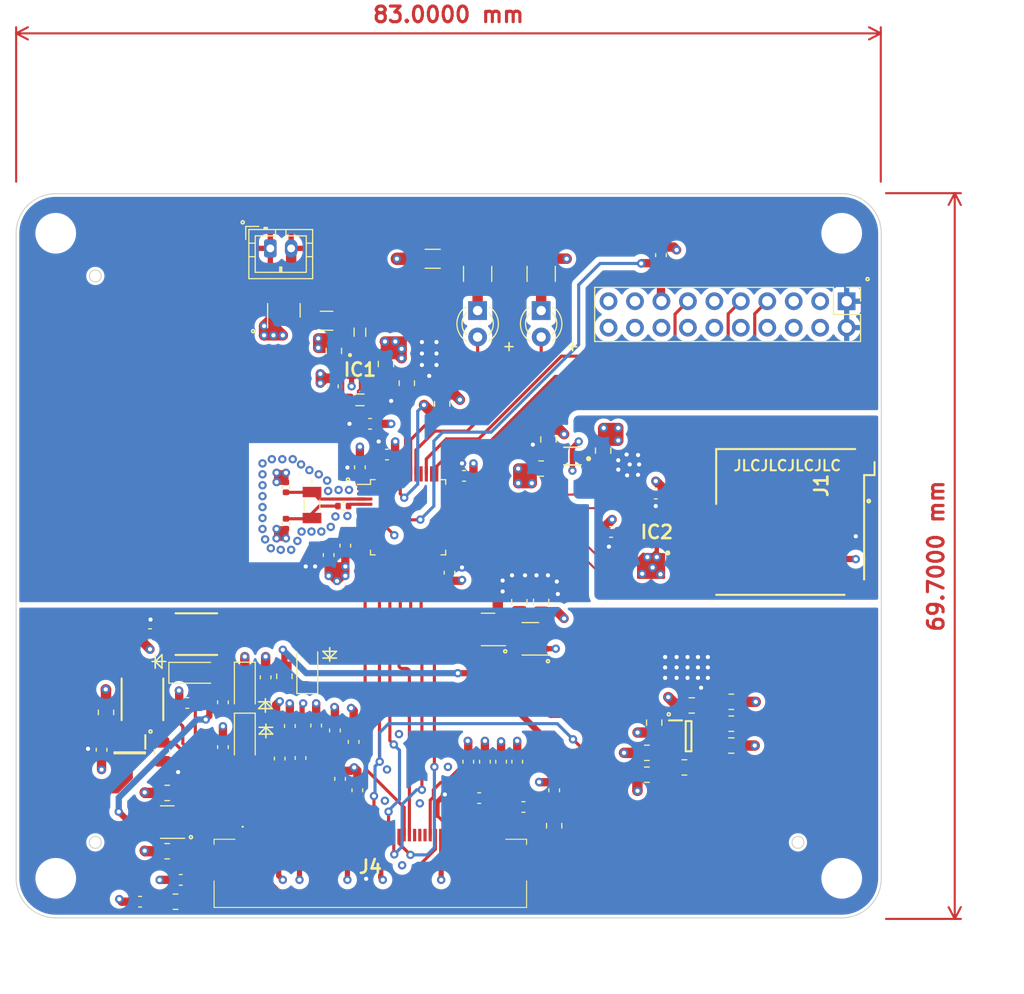
<source format=kicad_pcb>
(kicad_pcb (version 20221018) (generator pcbnew)
  (layers (0 "F.Cu" signal) (1 "In1.Cu" power) (2 "In2.Cu" power) (31 "B.Cu" signal) (34 "B.Paste" user) (35 "F.Paste" user) (36 "B.SilkS" user "B.Silkscreen") (37 "F.SilkS" user "F.Silkscreen") (38 "B.Mask" user) (39 "F.Mask" user) (44 "Edge.Cuts" user))
  (net 0 "")
  (net 1 "/Display Adapter/GDRC")
  (net 2 "/Display Adapter/3v3")
  (net 3 "/Display Adapter/VPC_1")
  (net 4 "/Display Adapter/VCC")
  (net 5 "GND")
  (net 6 "/Display Adapter/VCC_EN")
  (net 7 "Net-(U2-BP)")
  (net 8 "Net-(IC1-VOUT_AUX)")
  (net 9 "/MCU/SDC_SPI_MISO")
  (net 10 "/MCU/SDC_SPI_SCK")
  (net 13 "/MCU/SDC_SPI_MOSI")
  (net 14 "/MCU/SDC_SPI_NSS")
  (net 16 "/Micro SD/SD_DATA2")
  (net 17 "/Micro SD/SD_DATA3")
  (net 18 "/Micro SD/SD_CMD")
  (net 19 "/Micro SD/3v3")
  (net 21 "/Micro SD/SD_CLK")
  (net 22 "/Micro SD/SD_DATA0")
  (net 23 "/Micro SD/SD_DATA1")
  (net 24 "/Power Supply/VBAT_IN_FILTERED")
  (net 25 "/Power Supply/SW")
  (net 27 "/MCU/PWR_GOOD")
  (net 28 "/Debug Connector/MCU_VDD")
  (net 29 "/MCU/LSE_OSC_IN")
  (net 30 "/Oscillator/LSE_OSC_OUT_INT")
  (net 31 "/Display Adapter/RESEC")
  (net 32 "/Display Adapter/3v3_HPF")
  (net 34 "/Display Adapter/TFT VCOM")
  (net 35 "/Display Adapter/FPL VCOM")
  (net 36 "/Display Adapter/VDD")
  (net 37 "/Display Adapter/GDRH")
  (net 38 "/Display Adapter/RESEH")
  (net 40 "/Display Adapter/RESEL")
  (net 41 "/Display Adapter/VPC")
  (net 42 "/Display Adapter/GNDA+(GND)")
  (net 43 "/Display Adapter/VGL")
  (net 44 "/Display Adapter/VPH")
  (net 45 "/Display Adapter/VSH")
  (net 46 "/Display Adapter/VSH LV")
  (net 47 "/Display Adapter/VSH LV2")
  (net 48 "/Display Adapter/VSL")
  (net 49 "/Display Adapter/VSL LV")
  (net 50 "/Display Adapter/VSL LV2")
  (net 51 "/Display Adapter/REFN")
  (net 52 "/Display Adapter/REFP")
  (net 55 "/Display Adapter/BS0")
  (net 56 "/Display Adapter/BS1")
  (net 57 "/Display Adapter/EPD_RST")
  (net 58 "/Display Adapter/EPD_BUSY")
  (net 59 "/Display Adapter/EPD_DC")
  (net 60 "/Display Adapter/EPD_CS")
  (net 61 "/Display Adapter/EPD_SCK")
  (net 62 "/Display Adapter/EPD_DIN")
  (net 66 "/Display Adapter/VDDD{slash}VDDDO")
  (net 67 "/Display Adapter/GNDA{slash}GND")
  (net 68 "/Display Adapter/VDDIO")
  (net 69 "/Display Adapter/VCP2")
  (net 70 "/Display Adapter/CP2N")
  (net 71 "/Display Adapter/CP2P")
  (net 72 "/Display Adapter/VCP1")
  (net 73 "/Display Adapter/CP1N")
  (net 74 "/Display Adapter/CP1P")
  (net 77 "/Display Adapter/VGH")
  (net 78 "/Display Adapter/VCOMBD")
  (net 81 "/MCU/LED_BUSY_OUT")
  (net 82 "/MCU/LED_ERR_OUT")
  (net 83 "/MCU/SDC_PWR")
  (net 84 "/MCU/BOOT0")
  (net 85 "/Display Adapter/VCOMBD_1")
  (net 86 "/Display Adapter/FPL VCOM_1")
  (net 87 "/Display Adapter/EPD_RST_INT")
  (net 88 "/Display Adapter/VCC_DIS_PU")
  (net 89 "/MCU/LSE_OSC_OUT")
  (net 90 "/Power Supply/VBAT_IN_POL_CHECKED")
  (net 91 "/Power Supply/VBAT_IN")
  (net 95 "/Debug Connector/NRST")
  (net 96 "/MCU/3v3A")
  (net 108 "/Debug Connector/SWDIO")
  (net 109 "/Debug Connector/SWDCLK")
  (net 111 "/Debug Connector/SWO")
  (net 115 "/MCU/LED_ERR_IN")
  (net 116 "/MCU/LED_BUSY_IN")
  (net 117 "/Power Supply/VBAT_IN_FUSE_CHECKED")
  (net 118 "/Display Adapter/VGL_1")
  (net 124 "/MCU/LED_BUSY_OUT_2")
  (footprint "Resistor_SMD:R_1206_3216Metric" (layer "F.Cu") (at 141.9875 78.15 180)
    (fp_text reference "R12")
    (fp_text value "5k")
  )
  (footprint "SamacSys_Parts:INDPM4040X200N" (layer "F.Cu") (at 119.3 114.2)
    (fp_text reference "L1")
    (fp_text value "10uH" hide)
  )
  (footprint "Package_TO_SOT_SMD:SOT-23" (layer "F.Cu") (at 116.5 132.25 180)
    (fp_text reference "Q1")
    (fp_text value "BSS138")
  )
  (footprint "LED_THT:LED_D3.0mm" (layer "F.Cu") (at 146.3 83.125 -90)
    (fp_text reference "D6")
    (fp_text value "LED_BUSY")
  )
  (footprint "Capacitor_SMD:C_0603_1608Metric" (layer "F.Cu") (at 145.4 126.45 90)
    (fp_text reference "C23")
    (fp_text value "2u2F")
  )
  (footprint "Capacitor_SMD:C_0603_1608Metric" (layer "F.Cu") (at 163.9 77.8 90)
    (fp_text reference "C37")
    (fp_text value "100nF")
  )
  (footprint "Capacitor_SMD:C_0603_1608Metric" (layer "F.Cu") (at 147 126.45 90)
    (fp_text reference "C4")
    (fp_text value "104")
  )
  (footprint "Capacitor_SMD:C_0603_1608Metric" (layer "F.Cu") (at 163.4 100.7)
    (fp_text reference "C35")
    (fp_text value "10uF")
  )
  (footprint "Diode_SMD:D_SOD-123" (layer "F.Cu") (at 119.025 117.9125)
    (fp_text reference "D4")
    (fp_text value "MBR0530")
  )
  (footprint "NetTie:NetTie-2_SMD_Pad0.5mm" (layer "F.Cu") (at 133.8 136.3 -90)
    (fp_text reference "NT1")
    (fp_text value "NetTie_2")
  )
  (footprint "Capacitor_SMD:C_0805_2012Metric" (layer "F.Cu") (at 170.65 124.9 180)
    (fp_text reference "C17")
    (fp_text value "22nF")
  )
  (footprint "Connector_PinHeader_2.54mm:PinHeader_2x10_P2.54mm_Vertical" (layer "F.Cu") (at 181.725 82.225 -90)
    (fp_text reference "J2")
    (fp_text value "Conn_ARM_JTAG_SWD_20")
  )
  (footprint "Capacitor_SMD:C_0603_1608Metric" (layer "F.Cu") (at 132.6 123.45 90)
    (fp_text reference "C9")
    (fp_text value "10uF")
  )
  (footprint "Capacitor_SMD:C_0603_1608Metric" (layer "F.Cu") (at 134.75 129.2 90)
    (fp_text reference "C18")
    (fp_text value "1uF")
  )
  (footprint "MountingHole:MountingHole_3.2mm_M3" (layer "F.Cu") (at 181.25 137.65)
    (fp_text reference "H4")
    (fp_text value "MountingHole")
  )
  (footprint "Package_QFP:LQFP-48_7x7mm_P0.5mm" (layer "F.Cu") (at 139.625 102.975)
    (fp_text reference "U3")
    (fp_text value "STM32L431CBT6")
  )
  (footprint "SamacSys_Parts:SON40P135X330X55-17N" (layer "F.Cu") (at 163.5 104.4 180)
    (fp_text reference "IC2")
    (fp_text value "CM1624-08DE" hide)
  )
  (footprint "Resistor_SMD:R_1210_3225Metric" (layer "F.Cu") (at 146.3 79.6 90)
    (fp_text reference "R10")
    (fp_text value "47k")
  )
  (footprint "Capacitor_SMD:C_0603_1608Metric" (layer "F.Cu") (at 137.6 96.95)
    (fp_text reference "C40")
    (fp_text value "100nF")
  )
  (footprint "Capacitor_SMD:C_0603_1608Metric" (layer "F.Cu") (at 148.55 126.45 90)
    (fp_text reference "C24")
    (fp_text value "1uF")
  )
  (footprint "Resistor_SMD:R_0805_2012Metric" (layer "F.Cu") (at 170.65 122.8 180)
    (fp_text reference "R35")
    (fp_text value "10K")
  )
  (footprint "Capacitor_SMD:C_0603_1608Metric" (layer "F.Cu") (at 128.275 123.025 90)
    (fp_text reference "C6")
    (fp_text value "10uF")
  )
  (footprint "Capacitor_SMD:C_0603_1608Metric" (layer "F.Cu") (at 143.6 108.3 -90)
    (fp_text reference "C41")
    (fp_text value "100nF")
  )
  (footprint "SamacSys_Parts:47352-1001" (layer "F.Cu") (at 184.4 96.425 90)
    (fp_text reference "J1")
    (fp_text value "47352-1001" hide)
  )
  (footprint "Capacitor_SMD:C_0603_1608Metric" (layer "F.Cu") (at 114.85 114.2 180)
    (fp_text reference "C20")
    (fp_text value "4u7F")
  )
  (footprint "Capacitor_SMD:C_0603_1608Metric" (layer "F.Cu") (at 127.3 126.15 90)
    (fp_text reference "C5")
    (fp_text value "10uF")
  )
  (footprint "Capacitor_SMD:C_0603_1608Metric" (layer "F.Cu") (at 134.4 124.55 90)
    (fp_text reference "C10")
    (fp_text value "10uF")
  )
  (footprint "Capacitor_SMD:C_0805_2012Metric" (layer "F.Cu") (at 163.25 122.7 90)
    (fp_text reference "C14")
    (fp_text value "104")
  )
  (footprint "LED_THT:LED_D3.0mm" (layer "F.Cu") (at 152.4 83.125 -90)
    (fp_text reference "D5")
    (fp_text value "LED_ERR")
  )
  (footprint "NetTie:NetTie-2_SMD_Pad0.5mm" (layer "F.Cu") (at 129.2 136.3 -90)
    (fp_text reference "NT7")
    (fp_text value "NetTie_2")
  )
  (footprint "Capacitor_SMD:C_0603_1608Metric" (layer "F.Cu") (at 133.6 105.7 -90)
    (fp_text reference "C44")
    (fp_text value "10nF")
  )
  (footprint "SamacSys_Parts:541045031" (layer "F.Cu") (at 136 133.9)
    (fp_text reference "J4")
    (fp_text value "54104-5031" hide)
  )
  (footprint "NetTie:NetTie-2_SMD_Pad0.5mm" (layer "F.Cu") (at 137 136.3 -90)
    (fp_text reference "NT2")
    (fp_text value "NetTie_2")
  )
  (footprint "Capacitor_SMD:C_0805_2012Metric" (layer "F.Cu") (at 137.5 88.25 90)
    (fp_text reference "C22")
    (fp_text value "10uF")
  )
  (footprint "Capacitor_SMD:C_0402_1005Metric" (layer "F.Cu") (at 127.9 103.6 -90)
    (fp_text reference "C32")
    (fp_text value "5pF")
  )
  (footprint "Resistor_SMD:R_0805_2012Metric" (layer "F.Cu") (at 170.65 120.7)
    (fp_text reference "R34")
    (fp_text value "47K")
  )
  (footprint "Capacitor_SMD:C_0603_1608Metric" (layer "F.Cu") (at 118.425 120.8125 180)
    (fp_text reference "C28")
    (fp_text value "10uF")
  )
  (footprint "Capacitor_SMD:C_0402_1005Metric" (layer "F.Cu") (at 127.9 100.1 90)
    (fp_text reference "C31")
    (fp_text value "5pF")
  )
  (footprint "Package_TO_SOT_SMD:SOT-23-3" (layer "F.Cu") (at 151.3625 114.65 180)
    (fp_text reference "Q32")
    (fp_text value "S8050")
  )
  (footprint "SamacSys_Parts:INDPM4040X200N" (layer "F.Cu") (at 114.125 120.4625 90)
    (fp_text reference "L2")
    (fp_text value "10uH" hide)
  )
  (footprint "Capacitor_SMD:C_0603_1608Metric" (layer "F.Cu") (at 153.65 129.2 90)
    (fp_text reference "C27")
    (fp_text value "470nF")
  )
  (footprint "Resistor_SMD:R_0805_2012Metric" (layer "F.Cu") (at 166.15 127)
    (fp_text reference "R36")
    (fp_text value "1K")
  )
  (footprint "Resistor_SMD:R_0805_2012Metric" (layer "F.Cu") (at 127.75 118.25 90)
    (fp_text reference "R3")
    (fp_text value "0")
  )
  (footprint "Diode_SMD:D_SOD-123" (layer "F.Cu") (at 129.95 117.55 90)
    (fp_text reference "D1")
    (fp_text value "MBR0530")
  )
  (footprint "Inductor_SMD:L_0402_1005Metric" (layer "F.Cu") (at 130.7 106.3 90)
    (fp_text reference "L4")
    (fp_text value "39nH")
  )
  (footprint "Resistor_SMD:R_0805_2012Metric" (layer "F.Cu") (at 110.625 121.7125 90)
    (fp_text reference "R5")
    (fp_text value "0.47")
  )
  (footprint "Resistor_SMD:R_0805_2012Metric" (layer "F.Cu") (at 162.55 125.6 180)
    (fp_text reference "R27")
    (fp_text value "100K")
  )
  (footprint "Resistor_SMD:R_0805_2012Metric" (layer "F.Cu") (at 153.65 132.6 90)
    (fp_text reference "RB1")
    (fp_text value "0")
  )
  (footprint "Capacitor_SMD:C_0603_1608Metric" (layer "F.Cu") (at 132.4 90.4 90)
    (fp_text reference "C30")
    (fp_text value "10uF")
  )
  (footprint "Capacitor_SMD:C_0603_1608Metric" (layer "F.Cu") (at 130.8 122.975 90)
    (fp_text reference "C8")
    (fp_text value "10uF")
  )
  (footprint "Capacitor_SMD:C_0603_1608Metric" (layer "F.Cu") (at 133.1 128.1 90)
    (fp_text reference "C11")
    (fp_text value "1uF")
  )
  (footprint "Capacitor_SMD:C_0603_1608Metric" (layer "F.Cu") (at 150.1 126.45 90)
    (fp_text reference "C29")
    (fp_text value "1uF")
  )
  (footprint "Resistor_SMD:R_0805_2012Metric" (layer "F.Cu") (at 142.9 92.0875 90)
    (fp_text reference "R11")
    (fp_text value "10K")
  )
  (footprint "Diode_SMD:D_SOD-123" (layer "F.Cu") (at 123.95 124.15 -90)
    (fp_text reference "D2")
    (fp_text value "MBR0530")
  )
  (footprint "Capacitor_SMD:C_0805_2012Metric" (layer "F.Cu") (at 158.35 96.575 90)
    (fp_text reference "C34")
    (fp_text value "100nF")
  )
  (footprint "MountingHole:MountingHole_3.2mm_M3" (layer "F.Cu") (at 181.25 75.7)
    (fp_text reference "H2")
    (fp_text value "MountingHole")
  )
  (footprint "Capacitor_SMD:C_0603_1608Metric" (layer "F.Cu") (at 125.95 118.35 90)
    (fp_text reference "C12")
    (fp_text value "10uF")
  )
  (footprint "Resistor_SMD:R_0805_2012Metric" (layer "F.Cu") (at 117.3 139.9 180)
    (fp_text reference "RA1")
    (fp_text value "0")
  )
  (footprint "NetTie:NetTie-2_SMD_Pad0.5mm" (layer "F.Cu") (at 127.2 136.3 -90)
    (fp_text reference "NT8")
    (fp_text value "NetTie_2")
  )
  (footprint "Resistor_SMD:R_0402_1005Metric" (layer "F.Cu") (at 133.4 101.9 180)
    (fp_text reference "R7")
    (fp_text value "0")
  )
  (footprint "Package_TO_SOT_SMD:SOT-23" (layer "F.Cu") (at 147.3 113.75 180)
    (fp_text reference "Q31")
    (fp_text value "AO3401A")
  )
  (footprint "Capacitor_SMD:C_0603_1608Metric" (layer "F.Cu") (at 129.3 126.1 90)
    (fp_text reference "C7")
    (fp_text value "10uF")
  )
  (footprint "Resistor_SMD:R_0805_2012Metric" (layer "F.Cu") (at 116.5 135.05 180)
    (fp_text reference "R1")
    (fp_text value "1M")
  )
  (footprint "Resistor_SMD:R_0805_2012Metric" (layer "F.Cu") (at 116 125.5 90)
    (fp_text reference "R4")
    (fp_text value "1M")
  )
  (footprint "Resistor_SMD:R_0805_2012Metric" (layer "F.Cu") (at 150.3 111.1 -90)
    (fp_text reference "R33")
    (fp_text value "47K")
  )
  (footprint "SamacSys_Parts:SOT95P237X112-3N" (layer "F.Cu") (at 112.9 125.6 -90)
    (fp_text reference "Q2")
    (fp_text value "SI2301CDS-T1-E3" hide)
  )
  (footprint "Capacitor_SMD:C_0603_1608Metric" (layer "F.Cu") (at 146.45 129.95 180)
    (fp_text reference "C25")
    (fp_text value "1uF")
  )
  (footprint "NetTie:NetTie-2_SMD_Pad0.5mm" (layer "F.Cu") (at 142.4 131.1 90)
    (fp_text reference "NT5")
    (fp_text value "NetTie_2")
  )
  (footprint "Capacitor_SMD:C_0603_1608Metric" (layer "F.Cu") (at 145 99)
    (fp_text reference "C39")
    (fp_text value "100nF")
  )
  (footprint "Capacitor_SMD:C_0805_2012Metric" (layer "F.Cu") (at 166.85 121.05)
    (fp_text reference "C16")
    (fp_text value "1uF")
  )
  (footprint "Capacitor_SMD:C_0603_1608Metric" (layer "F.Cu") (at 135 98.175 90)
    (fp_text reference "C42")
    (fp_text value "100nF")
  )
  (footprint "Resistor_SMD:R_0805_2012Metric" (layer "F.Cu") (at 139.5 90.1 -90)
    (fp_text reference "R6")
    (fp_text value "1M")
  )
  (footprint "Capacitor_SMD:C_0603_1608Metric" (layer "F.Cu") (at 121.85 125.05 90)
    (fp_text reference "C21")
    (fp_text value "10uF")
  )
  (footprint "Capacitor_SMD:C_0603_1608Metric" (layer "F.Cu") (at 117.8 137.8 180)
    (fp_text reference "C1")
    (fp_text value "4u7F")
  )
  (footprint "NetTie:NetTie-2_SMD_Pad0.5mm" (layer "F.Cu") (at 135.9 136.3 -90)
    (fp_text reference "NT4")
    (fp_text value "NetTie_2")
  )
  (footprint "SamacSys_Parts:QFN40P170X200X55-12N-D" (layer "F.Cu") (at 135 88.8)
    (fp_text reference "IC1")
    (fp_text value "ST1PS03AQTR" hide)
  )
  (footprint "Inductor_SMD:L_0805_2012Metric" (layer "F.Cu") (at 135 91.7)
    (fp_text reference "L3")
    (fp_text value "2u2H")
  )
  (footprint "Diode_SMD:D_SOD-123" (layer "F.Cu") (at 123.95 119.25 -90)
    (fp_text reference "D3")
    (fp_text value "MBR0530")
  )
  (footprint "Capacitor_SMD:C_0603_1608Metric" (layer "F.Cu") (at 150.7 130.8 180)
    (fp_text reference "C26")
    (fp_text value "1uF")
  )
  (footprint "Personal:Vishay-T16-0143-04_2016-C-MFG" (layer "F.Cu") (at 155.4 97.1 180)
    (fp_text reference "U1")
    (fp_text value "SIP32402ADNP-T1GE4")
  )
  (footprint "Capacitor_SMD:C_0603_1608Metric" (layer "F.Cu") (at 135.975 94)
    (fp_text reference "C38")
    (fp_text value "4u7F")
  )
  (footprint "NetTie:NetTie-2_SMD_Pad0.5mm" (layer "F.Cu") (at 142.8 136.3 -90)
    (fp_text reference "NT3")
    (fp_text value "NetTie_2")
  )
  (footprint "Resistor_SMD:R_0805_2012Metric" (layer "F.Cu") (at 162.55 127.7)
    (fp_text reference "R37")
    (fp_text value "47K")
  )
  (footprint "Capacitor_SMD:C_0603_1608Metric" (layer "F.Cu") (at 159.1125 104.3875 180)
    (fp_text reference "C36")
    (fp_text value "100nF")
  )
  (footprint "Resistor_SMD:R_0805_2012Metric" (layer "F.Cu") (at 152.4 98.3 180)
    (fp_text reference "R8")
    (fp_text value "100K")
  )
  (footprint "Resistor_SMD:R_1210_3225Metric" (layer "F.Cu") (at 152.4 79.6 90)
    (fp_text reference "R9")
    (fp_text value "47k")
  )
  (footprint "Capacitor_SMD:C_0805_2012Metric" (layer "F.Cu") (at 132.5 87 90)
    (fp_text reference "C13")
    (fp_text value "10uF")
  )
  (footprint "Capacitor_SMD:C_0603_1608Metric" (layer "F.Cu") (at 110.2 125.3 -90)
    (fp_text reference "C19")
    (fp_text value "4u7F")
  )
  (footprint "MountingHole:MountingHole_3.2mm_M3" (layer "F.Cu") (at 105.8 75.7)
    (fp_text reference "H1")
    (fp_text value "MountingHole")
  )
  (footprint "NetTie:NetTie-2_SMD_Pad0.5mm" (layer "F.Cu") (at 135.9 139.2 90)
    (fp_text reference "NT6")
    (fp_text value "NetTie_2")
  )
  (footprint "Capacitor_SMD:C_0603_1608Metric" (layer "F.Cu") (at 113.9 139.9 180)
    (fp_text reference "C2")
    (fp_text value "470nF")
  )
  (footprint "Inductor_SMD:L_0805_2012Metric" (layer "F.Cu") (at 135 85.2 -90)
    (fp_text reference "FB1")
    (fp_text value "600@100MHz")
  )
  (footprint "SamacSys_Parts:NX3215SA32768KSTDMUA14" (layer "F.Cu") (at 130.4 101.8 -90)
    (fp_text reference "Y1")
    (fp_text value "NX3215SA-32.768K-STD-MUA-14" hide)
  )
  (footprint "Capacitor_SMD:C_0603_1608Metric" (layer "F.Cu") (at 132 106.6 -90)
    (fp_text reference "C43")
    (fp_text value "1uF")
  )
  (footprint "Capacitor_SMD:C_0805_2012Metric" (layer "F.Cu") (at 152.4 111.1 -90)
    (fp_text reference "C15")
    (fp_text value "104")
  )
  (footprint "Capacitor_SMD:C_0805_2012Metric" (layer "F.Cu") (at 153.1 95.5 90)
    (fp_text reference "C33")
    (fp_text value "4u7F")
  )
  (footprint "SamacSys_Parts:SOT94P279X130-5N" (layer "F.Cu") (at 166.55 124)
    (fp_text reference "U2")
    (fp_text value "RT9193-33GB" hide)
  )
  (footprint "Connector_JST:JST_PH_B2B-PH-K_1x02_P2.00mm_Vertical" (layer "F.Cu") (at 126.4 77.15)
    (fp_text reference "J3")
    (fp_text value "Battery Connector")
  )
  (footprint "Package_TO_SOT_SMD:SOT-23" (layer "F.Cu") (at 127.7 83.1 90)
    (fp_text reference "Q3")
    (fp_text value "AO3401A")
  )
  (footprint "Capacitor_SMD:C_0603_1608Metric" (layer "F.Cu") (at 121.85 120.75 -90)
    (fp_text reference "C3")
    (fp_text value "10uF")
  )
  (footprint "MountingHole:MountingHole_3.2mm_M3" (layer "F.Cu") (at 105.8 137.65)
    (fp_text reference "H3")
    (fp_text value "MountingHole")
  )
  (footprint "Resistor_SMD:R_0805_2012Metric" (layer "F.Cu") (at 116.5 129.45 180)
    (fp_text reference "R2")
    (fp_text value "0.47")
  )
  (footprint "Fuse:Fuse_1206_3216Metric" (layer "F.Cu") (at 131.8 84.1)
    (fp_text reference "F1")
    (fp_text value "500mA")
  )
  (gr_line (start 125.325 123.15) (end 126.625 123.15) (stroke (width 0.15)) (layer "F.SilkS"))
  (gr_line (start 125.925 120.4) (end 125.925 121.7) (stroke (width 0.15)) (layer "F.SilkS"))
  (gr_line (start 125.275 121.35) (end 125.925 121.35) (stroke (width 0.15)) (layer "F.SilkS"))
  (gr_circle (center 153.05 116.8) (end 153.1 116.85) (stroke (width 0.15)) (fill none) (layer "F.SilkS"))
  (gr_circle (center 118.77929 133.7) (end 118.82929 133.75) (stroke (width 0.15)) (fill none) (layer "F.SilkS"))
  (gr_line (start 132.75 115.85) (end 132.1 115.85) (stroke (width 0.15)) (layer "F.SilkS"))
  (gr_line (start 125.975 123.15) (end 125.325 123.8) (stroke (width 0.15)) (layer "F.SilkS"))
  (gr_line (start 116 116.175) (end 115.35 116.825) (stroke (width 0.15)) (layer "F.SilkS"))
  (gr_line (start 115.35 116.825) (end 116 117.475) (stroke (width 0.15)) (layer "F.SilkS"))
  (gr_line (start 125.925 121.35) (end 126.575 121.35) (stroke (width 0.15)) (layer "F.SilkS"))
  (gr_line (start 126.575 121.35) (end 125.925 120.7) (stroke (width 0.15)) (layer "F.SilkS"))
  (gr_circle (center 124.75 85.1) (end 124.8 85.15) (stroke (width 0.15)) (fill none) (layer "F.SilkS"))
  (gr_line (start 131.45 115.85) (end 132.1 116.5) (stroke (width 0.15)) (layer "F.SilkS"))
  (gr_circle (center 164.65 121.9) (end 164.7 121.95) (stroke (width 0.15)) (fill none) (layer "F.SilkS"))
  (gr_line (start 116 117.475) (end 116 116.825) (stroke (width 0.15)) (layer "F.SilkS"))
  (gr_line (start 132.75 116.5) (end 131.45 116.5) (stroke (width 0.15)) (layer "F.SilkS"))
  (gr_line (start 125.275 120.7) (end 126.575 120.7) (stroke (width 0.15)) (layer "F.SilkS"))
  (gr_circle (center 183.72929 80.1) (end 183.77929 80.15) (stroke (width 0.15)) (fill none) (layer "F.SilkS"))
  (gr_circle (center 114.9 123.55) (end 114.95 123.6) (stroke (width 0.15)) (fill none) (layer "F.SilkS"))
  (gr_line (start 125.925 120.7) (end 125.275 121.35) (stroke (width 0.15)) (layer "F.SilkS"))
  (gr_line (start 132.1 116.8) (end 132.1 115.5) (stroke (width 0.15)) (layer "F.SilkS"))
  (gr_circle (center 123.75 74.65) (end 123.8 74.7) (stroke (width 0.15)) (fill none) (layer "F.SilkS"))
  (gr_line (start 125.975 123.8) (end 126.625 123.8) (stroke (width 0.15)) (layer "F.SilkS"))
  (gr_line (start 115.35 117.475) (end 115.35 116.175) (stroke (width 0.15)) (layer "F.SilkS"))
  (gr_line (start 116 116.825) (end 116 116.175) (stroke (width 0.15)) (layer "F.SilkS"))
  (gr_line (start 132.1 116.5) (end 132.75 115.85) (stroke (width 0.15)) (layer "F.SilkS"))
  (gr_circle (center 148.95 115.85) (end 149 115.9) (stroke (width 0.15)) (fill none) (layer "F.SilkS"))
  (gr_line (start 125.325 123.8) (end 125.975 123.8) (stroke (width 0.15)) (layer "F.SilkS"))
  (gr_circle (center 133.85 99.35) (end 133.9 99.4) (stroke (width 0.15)) (fill none) (layer "F.SilkS"))
  (gr_line (start 125.975 122.85) (end 125.975 124.15) (stroke (width 0.15)) (layer "F.SilkS"))
  (gr_line (start 115.05 116.825) (end 116.35 116.825) (stroke (width 0.15)) (layer "F.SilkS"))
  (gr_line (start 126.625 123.8) (end 125.975 123.15) (stroke (width 0.15)) (layer "F.SilkS"))
  (gr_line (start 132.1 115.85) (end 131.45 115.85) (stroke (width 0.15)) (layer "F.SilkS"))
  (gr_arc (start 105.8 141.45) (mid 103.112994 140.337006) (end 102 137.65) (stroke (width 0.1)) (layer "Edge.Cuts"))
  (gr_poly (pts (xy 110.176 79.8) (xy 110.156373 79.65092) (xy 110.098831 79.512) (xy 110.007294 79.392706) (xy 109.888 79.301169) (xy 109.74908 79.243627) (xy 109.6 79.224) (xy 109.45092 79.243627) (xy 109.312 79.301169) (xy 109.192706 79.392706) (xy 109.101169 79.512) (xy 109.043627 79.65092) (xy 109.024 79.8) (xy 109.043627 79.94908) (xy 109.101169 80.088) (xy 109.192706 80.207294) (xy 109.312 80.298831) (xy 109.45092 80.356373) (xy 109.6 80.376) (xy 109.74908 80.356373) (xy 109.888 80.298831) (xy 110.007294 80.207294) (xy 110.098831 80.088) (xy 110.156373 79.94908) (xy 110.176 79.8)) (stroke (width 0.1)) (fill none) (layer "Edge.Cuts"))
  (gr_poly (pts (xy 177.626 134.2) (xy 177.606373 134.05092) (xy 177.548831 133.912) (xy 177.457294 133.792706) (xy 177.338 133.701169) (xy 177.19908 133.643627) (xy 177.05 133.624) (xy 176.90092 133.643627) (xy 176.762 133.701169) (xy 176.642706 133.792706) (xy 176.551169 133.912) (xy 176.493627 134.05092) (xy 176.474 134.2) (xy 176.493627 134.34908) (xy 176.551169 134.488) (xy 176.642706 134.607294) (xy 176.762 134.698831) (xy 176.90092 134.756373) (xy 177.05 134.776) (xy 177.19908 134.756373) (xy 177.338 134.698831) (xy 177.457294 134.607294) (xy 177.548831 134.488) (xy 177.606373 134.34908) (xy 177.626 134.2)) (stroke (width 0.1)) (fill none) (layer "Edge.Cuts"))
  (gr_arc (start 102 75.7) (mid 103.112994 73.012994) (end 105.8 71.9) (stroke (width 0.1)) (layer "Edge.Cuts"))
  (gr_line (start 185.05 75.7) (end 185.05 137.65) (stroke (width 0.1)) (layer "Edge.Cuts"))
  (gr_poly (pts (xy 110.176 134.2) (xy 110.156373 134.05092) (xy 110.098831 133.912) (xy 110.007294 133.792706) (xy 109.888 133.701169) (xy 109.74908 133.643627) (xy 109.6 133.624) (xy 109.45092 133.643627) (xy 109.312 133.701169) (xy 109.192706 133.792706) (xy 109.101169 133.912) (xy 109.043627 134.05092) (xy 109.024 134.2) (xy 109.043627 134.34908) (xy 109.101169 134.488) (xy 109.192706 134.607294) (xy 109.312 134.698831) (xy 109.45092 134.756373) (xy 109.6 134.776) (xy 109.74908 134.756373) (xy 109.888 134.698831) (xy 110.007294 134.607294) (xy 110.098831 134.488) (xy 110.156373 134.34908) (xy 110.176 134.2)) (stroke (width 0.1)) (fill none) (layer "Edge.Cuts"))
  (gr_line (start 181.25 141.45) (end 105.8 141.45) (stroke (width 0.1)) (layer "Edge.Cuts"))
  (gr_line (start 105.8 71.9) (end 181.25 71.9) (stroke (width 0.1)) (layer "Edge.Cuts"))
  (gr_arc (start 185.05 137.65) (mid 183.937006 140.337006) (end 181.25 141.45) (stroke (width 0.1)) (layer "Edge.Cuts"))
  (gr_line (start 102 75.7) (end 102 137.65) (stroke (width 0.1)) (layer "Edge.Cuts"))
  (gr_arc (start 181.25 71.9) (mid 183.937006 73.012994) (end 185.05 75.7) (stroke (width 0.1)) (layer "Edge.Cuts"))
  (gr_text "+" (at 154.7 87.1) (layer "F.SilkS") (effects (font (size 1 1)) (justify left bottom)))
  (gr_text "JLCJLCJLCJLC" (at 170.75 98.6) (layer "F.SilkS") (effects (font (size 1 1) (thickness 0.2) bold) (justify left bottom)))
  (gr_text "+" (at 148.6 87.1) (layer "F.SilkS") (effects (font (size 1 1)) (justify left bottom)))
  (dimension (type aligned) (layer "F.Cu") (pts (xy 185 71.85) (xy 185 141.55)) (height -7.1) (gr_text "69.7000 mm" (at 190.3 106.7 90) (layer "F.Cu") (effects (font (size 1.5 1.5) (thickness 0.3)))) (format (prefix "") (suffix "") (units 3) (units_format 1) (precision 4)) (style (thickness 0.2) (arrow_length 1.27) (text_position_mode 0) (extension_height 0.58642) (extension_offset 0.5) keep_text_aligned))
  (dimension (type aligned) (layer "F.Cu") (pts (xy 102 71.25) (xy 185 71.25)) (height -14.75) (gr_text "83.0000 mm" (at 143.5 54.7) (layer "F.Cu") (effects (font (size 1.5 1.5) (thickness 0.3)))) (format (prefix "") (suffix "") (units 3) (units_format 1) (precision 4)) (style (thickness 0.2) (arrow_length 1.27) (text_position_mode 0) (extension_height 0.58642) (extension_offset 0.5) keep_text_aligned))
  (segment (start 127.75 132.65) (end 123 127.9) (width 0.3) (layer "F.Cu") (net 1))
  (segment (start 117.1375 124.5875) (end 116 124.5875) (width 0.3) (layer "F.Cu") (net 1))
  (segment (start 113.85 124.55) (end 115.9625 124.55) (width 0.6) (layer "F.Cu") (net 1))
  (segment (start 120.45 127.9) (end 117.1375 124.5875) (width 0.3) (layer "F.Cu") (net 1))
  (segment (start 123 127.9) (end 120.45 127.9) (width 0.3) (layer "F.Cu") (net 1))
  (segment (start 127.75 133.5) (end 127.75 132.65) (width 0.3) (layer "F.Cu") (net 1))
  (segment (start 115.9625 124.55) (end 116 124.5875) (width 0.6) (layer "F.Cu") (net 1))
  (segment (start 110.2 124.525) (end 111.925 124.525) (width 0.9) (layer "F.Cu") (net 2))
  (segment (start 116 126.4125) (end 116.5125 126.4125) (width 1) (layer "F.Cu") (net 2))
  (segment (start 142.4 130.35) (end 143.15 129.6) (width 0.5) (layer "F.Cu") (net 2))
  (segment (start 145.875 128.35) (end 147 127.225) (width 0.5) (layer "F.Cu") (net 2))
  (segment (start 135.9 137.4) (end 135.6 137.7) (width 0.5) (layer "F.Cu") (net 2))
  (segment (start 110.2 124.525) (end 109.5875 124.525) (width 0.9) (layer "F.Cu") (net 2))
  (segment (start 116.5125 126.4125) (end 117.55 127.45) (width 1) (layer "F.Cu") (net 2))
  (segment (start 111.925 124.525) (end 111.95 124.55) (width 0.9) (layer "F.Cu") (net 2))
  (segment (start 115.625 113.525) (end 114.9 112.8) (width 0.9) (layer "F.Cu") (net 2))
  (segment (start 109.5875 124.525) (end 108.9 125.2125) (width 0.9) (layer "F.Cu") (net 2))
  (segment (start 143.15 129.6) (end 144.4 128.35) (width 0.5) (layer "F.Cu") (net 2))
  (segment (start 135.9 138) (end 135.6 137.7) (width 0.5) (layer "F.Cu") (net 2))
  (segment (start 144.4 128.35) (end 145.875 128.35) (width 0.5) (layer "F.Cu") (net 2))
  (segment (start 135.9 136.8) (end 135.9 137.4) (width 0.5) (layer "F.Cu") (net 2))
  (segment (start 135.9 138.7) (end 135.9 138) (width 0.5) (layer "F.Cu") (net 2))
  (segment (start 115.625 114.2) (end 115.625 113.525) (width 0.9) (layer "F.Cu") (net 2))
  (segment (start 142.4 130.6) (end 142.4 130.35) (width 0.5) (layer "F.Cu") (net 2))
  (segment (start 115.625 114.2) (end 117.65 114.2) (width 0.9) (layer "F.Cu") (net 2))
  (segment (start 167.8 121.05) (end 167.8 123.06) (width 0.9) (layer "F.Cu") (net 2))
  (via (at 167.45 116.4) (size 0.8) (drill 0.4) (layers "F.Cu" "B.Cu") (net 2))
  (via (at 166.45 118.4) (size 0.8) (drill 0.4) (layers "F.Cu" "B.Cu") (net 2))
  (via (at 166.45 116.4) (size 0.8) (drill 0.4) (layers "F.Cu" "B.Cu") (net 2))
  (via (at 135.6 137.7) (size 0.8) (drill 0.4) (layers "F.Cu" "B.Cu") (net 2))
  (via (at 164.3 116.4) (size 0.8) (drill 0.4) (layers "F.Cu" "B.Cu") (net 2))
  (via (at 165.4 116.4) (size 0.8) (drill 0.4) (layers "F.Cu" "B.Cu") (net 2))
  (via (at 108.9 125.2125) (size 0.8) (drill 0.4) (layers "F.Cu" "B.Cu") (net 2))
  (via (at 168.4 118.4) (size 0.8) (drill 0.4) (layers "F.Cu" "B.Cu") (net 2))
  (via (at 117.55 127.45) (size 0.8) (drill 0.4) (layers "F.Cu" "B.Cu") (net 2))
  (via (at 166.45 117.4) (size 0.8) (drill 0.4) (layers "F.Cu" "B.Cu") (net 2))
  (via (at 164.3 117.4) (size 0.8) (drill 0.4) (layers "F.Cu" "B.Cu") (net 2))
  (via (at 114.9 112.8) (size 0.8) (drill 0.4) (layers "F.Cu" "B.Cu") (net 2))
  (via (at 167.45 118.4) (size 0.8) (drill 0.4) (layers "F.Cu" "B.Cu") (net 2))
  (via (at 167.75 119.35) (size 0.8) (drill 0.4) (layers "F.Cu" "B.Cu") (net 2))
  (via (at 168.4 116.4) (size 0.8) (drill 0.4) (layers "F.Cu" "B.Cu") (net 2))
  (via (at 168.4 117.4) (size 0.8) (drill 0.4) (layers "F.Cu" "B.Cu") (net 2))
  (via (at 167.45 117.4) (size 0.8) (drill 0.4) (layers "F.Cu" "B.Cu") (net 2))
  (via (at 165.4 118.4) (size 0.8) (drill 0.4) (layers "F.Cu" "B.Cu") (net 2))
  (via (at 164.3 118.4) (size 0.8) (drill 0.4) (layers "F.Cu" "B.Cu") (net 2))
  (via (at 143.15 129.6) (size 0.8) (drill 0.4) (layers "F.Cu" "B.Cu") (net 2))
  (via (at 165.4 117.4) (size 0.8) (drill 0.4) (layers "F.Cu" "B.Cu") (net 2))
  (segment (start 113.3625 118.05) (end 114.125 118.8125) (width 0.6) (layer "F.Cu") (net 3))
  (segment (start 107.95 128.1) (end 107.95 119) (width 0.6) (layer "F.Cu") (net 3))
  (segment (start 107.95 119) (end 108.9 118.05) (width 0.6) (layer "F.Cu") (net 3))
  (segment (start 108.9 118.05) (end 113.3625 118.05) (width 0.6) (layer "F.Cu") (net 3))
  (segment (start 112.9 126.65) (end 112.9 127.95) (width 0.6) (layer "F.Cu") (net 3))
  (segment (start 112.9 127.95) (end 111.65 129.2) (width 0.6) (layer "F.Cu") (net 3))
  (segment (start 111.65 129.2) (end 109.05 129.2) (width 0.6) (layer "F.Cu") (net 3))
  (segment (start 117.375 117.9125) (end 115.025 117.9125) (width 1.1) (layer "F.Cu") (net 3))
  (segment (start 109.05 129.2) (end 107.95 128.1) (width 0.6) (layer "F.Cu") (net 3))
  (segment (start 115.025 117.9125) (end 114.125 118.8125) (width 1.1) (layer "F.Cu") (net 3))
  (segment (start 165.3 123.06) (end 163.99 121.75) (width 0.6) (layer "F.Cu") (net 4))
  (segment (start 146.3625 113.75) (end 146.3625 114.764582) (width 1) (layer "F.Cu") (net 4))
  (segment (start 153.347918 121.75) (end 163.25 121.75) (width 1) (layer "F.Cu") (net 4))
  (segment (start 146.3625 114.764582) (end 153.347918 121.75) (width 1) (layer "F.Cu") (net 4))
  (segment (start 163.99 121.75) (end 163.25 121.75) (width 0.6) (layer "F.Cu") (net 4))
  (segment (start 165.4 121.05) (end 164.6 120.25) (width 1) (layer "F.Cu") (net 5))
  (segment (start 155.4 97.1) (end 155.4 98.5) (width 0.5) (layer "F.Cu") (net 5))
  (segment (start 133.6 108.6) (end 133.3 108.6) (width 0.8) (layer "F.Cu") (net 5))
  (segment (start 150.2 99.7) (end 151.5 99.7) (width 1) (layer "F.Cu") (net 5))
  (segment (start 125.95 117.575) (end 125.95 116.35) (width 0.9) (layer "F.Cu") (net 5))
  (segment (start 155.4 96.3) (end 156 95.7) (width 0.5) (layer "F.Cu") (net 5))
  (segment (start 162.95 106.8) (end 162.6 106.8) (width 0.4) (layer "F.Cu") (net 5))
  (segment (start 163.5 107.4) (end 163.1 107.8) (width 0.4) (layer "F.Cu") (net 5))
  (segment (start 127.3 125.375) (end 126.947918 125.022918) (width 0.8) (layer "F.Cu") (net 5))
  (segment (start 132 107.375) (end 132.375 107.375) (width 0.8) (layer "F.Cu") (net 5))
  (segment (start 129.3 125.325) (end 129.45 125.175) (width 0.5) (layer "F.Cu") (net 5))
  (segment (start 127.9 98.7) (end 127 98.7) (width 0.5) (layer "F.Cu") (net 5))
  (segment (start 145.9 98.875) (end 145.9 97.8) (width 0.8) (layer "F.Cu") (net 5))
  (segment (start 131.85 86.7) (end 131 86.7) (width 1) (layer "F.Cu") (net 5))
  (segment (start 138.375 95.725) (end 138.4 95.7) (width 0.8) (layer "F.Cu") (net 5))
  (segment (start 138.6 87.3) (end 139 87.7) (width 1) (layer "F.Cu") (net 5))
  (segment (start 132.4 89.625) (end 131.675 89.625) (width 0.9) (layer "F.Cu") (net 5))
  (segment (start 131.2 89.2) (end 131.2 90.1) (width 0.9) (layer "F.Cu") (net 5))
  (segment (start 163.5 106.8) (end 163.2 107.1) (width 0.4) (layer "F.Cu") (net 5))
  (segment (start 133.6 107.7) (end 132.9 107.7) (width 0.8) (layer "F.Cu") (net 5))
  (segment (start 152.1875 115.6) (end 153.8 115.6) (width 0.5) (layer "F.Cu") (net 5))
  (segment (start 110.625 120.8) (end 110.625 119.525) (width 1) (layer "F.Cu") (net 5))
  (segment (start 132 108.6) (end 133.6 108.6) (width 0.8) (layer "F.Cu") (net 5))
  (segment (start 131 85.8) (end 131 86.7) (width 1) (layer "F.Cu") (net 5))
  (segment (start 126.947918 121.002082) (end 127.3 120.65) (width 0.8) (layer "F.Cu") (net 5))
  (segment (start 127 105) (end 127.9 105) (width 0.5) (layer "F.Cu") (net 5))
  (segment (start 133.8 136.8) (end 133.8 137.8) (width 0.5) (layer "F.Cu") (net 5))
  (segment (start 136.775 94) (end 138 94) (width 0.8) (layer "F.Cu") (net 5))
  (segment (start 141.875 107.1375) (end 141.875 107.976041) (width 0.3) (layer "F.Cu") (net 5))
  (segment (start 144.725 109.075) (end 144.8 109) (width 0.8) (layer "F.Cu") (net 5))
  (segment (start 142.8 136.8) (end 142.8 137.8) (width 0.5) (layer "F.Cu") (net 5))
  (segment (start 127.9 99.62) (end 127.9 98.7) (width 0.5) (layer "F.Cu") (net 5))
  (segment (start 163.5 104.4) (end 163.5 106.8) (width 0.4) (layer "F.Cu") (net 5))
  (segment (start 137.5 87.3) (end 138.5 87.3) (width 1) (layer "F.Cu") (net 5))
  (segment (start 152.225 128.425) (end 152.2 128.4) (width 0.8) (layer "F.Cu") (net 5))
  (segment (start 158.3375 104.3875) (end 158.3375 104.0625) (width 0.9) (layer "F.Cu") (net 5))
  (segment (start 138.375 96.95) (end 138.375 95.725) (width 0.8) (layer "F.Cu") (net 5))
  (segment (start 133.6 106.475) (end 133.6 107.7) (width 0.8) (layer "F.Cu") (net 5))
  (segment (start 147 125.675) (end 147 124.45) (width 0.8) (layer "F.Cu") (net 5))
  (segment (start 153.65 128.425) (end 152.225 128.425) (width 0.8) (layer "F.Cu") (net 5))
  (segment (start 152.4 78.1375) (end 154.8375 78.1375) (width 1) (layer "F.Cu") (net 5))
  (segment (start 132.6 122.675) (end 132.6 121.25) (width 0.8) (layer "F.Cu") (net 5))
  (segment (start 137.5 87.3) (end 137.5 87) (width 1) (layer "F.Cu") (net 5))
  (segment (start 161.6375 127.7) (end 161.6375 129.2375) (width 1) (layer "F.Cu") (net 5))
  (segment (start 144.0875 91.175) (end 144.6 91.6875) (width 1) (layer "F.Cu") (net 5))
  (segment (start 132.25 85.8) (end 131 85.8) (width 1) (layer "F.Cu") (net 5))
  (segment (start 134.75 127.3) (end 134.45 127) (width 0.8) (layer "F.Cu") (net 5))
  (segment (start 138.5 87.3) (end 139 86.8) (width 1) (layer "F.Cu") (net 5))
  (segment (start 137 136.8) (end 137 137.6) (width 0.5) (layer "F.Cu") (net 5))
  (segment (start 163.5 104.4) (end 163.5 107.4) (width 0.4) (layer "F.Cu") (net 5))
  (segment (start 163.9 77.025) (end 165.125 77.025) (width 0.9) (layer "F.Cu") (net 5))
  (segment (start 132.375 107.375) (end 133.6 108.6) (width 0.8) (layer "F.Cu") (net 5))
  (segment (start 127.2 136.8) (end 127.2 137.4) (width 0.5) (layer "F.Cu") (net 5))
  (segment (start 137.5 87.3) (end 136.5 87.3) (width 0.5) (layer "F.Cu") (net 5))
  (segment (start 145.775 99.57604) (end 144.626041 100.725) (width 0.3) (layer "F.Cu") (net 5))
  (segment (start 145.4 125.675) (end 145.4 124.5) (width 0.8) (layer "F.Cu") (net 5))
  (segment (start 114.075 114.2) (end 114.075 114.875) (width 0.9) (layer "F.Cu") (net 5))
  (segment (start 131.675 89.625) (end 131.2 90.1) (width 0.9) (layer "F.Cu") (net 5))
  (segment (start 137.375 98.8125) (end 137.375 97.95) (width 0.3) (layer "F.Cu") (net 5))
  (segment (start 126.947918 125.022918) (end 126.947918 121.002082) (width 0.8) (layer "F.Cu") (net 5))
  (segment (start 127.02 99.62) (end 127 99.6) (width 0.5) (layer "F.Cu") (net 5))
  (segment (start 139 87.7) (end 139 86.8) (width 1) (layer "F.Cu") (net 5))
  (segment (start 151.4875 98.3) (end 150.2 98.3) (width 1) (layer "F.Cu") (net 5))
  (segment (start 139 86.1) (end 139 86.8) (width 1) (layer "F.Cu") (net 5))
  (segment (start 151.4875 99.6875) (end 151.5 99.7) (width 1) (layer "F.Cu") (net 5))
  (segment (start 126.75 85.45) (end 126.7 85.5) (width 1) (layer "F.Cu") (net 5))
  (segment (start 127.6 85.5) (end 125.8 85.5) (width 1) (layer "F.Cu") (net 5))
  (segment (start 180.66 106.985) (end 182.585 106.985) (width 0.6) (layer "F.Cu") (net 5))
  (segment (start 158.35 94.45) (end 158.4 94.4) (width 1) (layer "F.Cu") (net 5))
  (segment (start 161.6375 125.6) (end 160.35 125.6) (width 1) (layer "F.Cu") (net 5))
  (segment (start 137.5 86.2) (end 137.4 86.1) (width 1) (layer "F.Cu") (net 5))
  (segment (start 127.02 104.08) (end 127 104.1) (width 0.5) (layer "F.Cu") (net 5))
  (segment (start 153.95 112.05) (end 154.6 112.7) (width 0.9) (layer "F.Cu") (net 5))
  (segment (start 132 107.375) (end 132 108.6) (width 0.8) (layer "F.Cu") (net 5))
  (segment (start 171.5625 120.7) (end 173 120.7) (width 1) (layer "F.Cu") (net 5))
  (segment (start 132.6 121.25) (end 132.55 121.2) (width 0.8) (layer "F.Cu") (net 5))
  (segment (start 128.275 120.875) (end 128.25 120.85) (width 0.8) (layer "F.Cu") (net 5))
  (segment (start 133.1 127.325) (end 134.125 127.325) (width 0.8) (layer "F.Cu") (net 5))
  (segment (start 158.575 95.625) (end 159.8 94.4) (width 1) (layer "F.Cu") (net 5))
  (segment (start 132.5 86.05) (end 131.85 86.7) (width 1) (layer "F.Cu") (net 5))
  (segment (start 132.9 107.7) (end 132 108.6) (width 0.8) (layer "F.Cu") (net 5))
  (segment (start 115.5875 135.05) (end 114.3875 135.05) (width 1) (layer "F.Cu") (net 5))
  (segment (start 158.4 94.4) (end 159.8 94.4) (width 1) (layer "F.Cu") (net 5))
  (segment (start 137.5 87.3) (end 138.6 87.3) (width 1) (layer "F.Cu") (net 5))
  (segment (start 148.55 125.675) (end 148.55 124.5) (width 0.8) (layer "F.Cu") (net 5))
  (segment (start 127.9 104.08) (end 127.02 104.08) (width 0.5) (layer "F.Cu") (net 5))
  (segment (start 144.626041 100.725) (end 143.7875 100.725) (width 0.3) (layer "F.Cu") (net 5))
  (segment (start 113.125 139.9) (end 112.15 139.9) (width 0.8) (layer "F.Cu") (net 5))
  (segment (start 161.6375 129.2375) (end 161.65 129.25) (width 1) (layer "F.Cu") (net 5))
  (segment (start 134.125 127.325) (end 134.45 127) (width 0.8) (layer "F.Cu") (net 5))
  (segment (start 134.75 128.425) (end 134.75 127.3) (width 0.8) (layer "F.Cu") (net 5))
  (segment (start 141.875 107.976041) (end 142.44948 108.55052) (width 0.3) (layer "F.Cu") (net 5))
  (segment (start 142.973959 109.075) (end 143.6 109.075) (width 0.3) (layer "F.Cu") (net 5))
  (segment (start 145.775 99) (end 145.775 99.57604) (width 0.3) (layer "F.Cu") (net 5))
  (segment (start 137.5 87.3) (end 137.5 86.2) (width 1) (layer "F.Cu") (net 5))
  (segment (start 163.5 104.4) (end 163.5 106.25) (width 0.4) (layer "F.Cu") (net 5))
  (segment (start 165.125 77.025) (end 165.4 77.3) (width 0.9) (layer "F.Cu") (net 5))
  (segment (start 129.45 125.175) (end 129.45 120.95) (width 0.5) (layer "F.Cu") (net 5))
  (segment (start 132.4 89.625) (end 131.625 89.625) (width 0.9) (layer "F.Cu") (net 5))
  (segment (start 115.5875 129.45) (end 114.3875 129.45) (width 1) (layer "F.Cu") (net 5))
  (segment (start 171.6 124.9) (end 172.9 124.9) (width 1) (layer "F.Cu") (net 5))
  (segment (start 110.2 126.075) (end 110.2 127.2125) (width 0.9) (layer "F.Cu") (net 5))
  (segment (start 135.8 88) (end 135.8 88.25) (width 0.5) (layer "F.Cu") (net 5))
  (segment (start 131.625 89.625) (end 131.2 89.2) (width 0.9) (layer "F.Cu") (net 5))
  (segment (start 126.75 84.0375) (end 126.75 84.65) (width 1) (layer "F.Cu") (net 5))
  (segment (start 128.275 122.25) (end 128.275 120.875) (width 0.8) (layer "F.Cu") (net 5))
  (segment (start 114.3875 129.45) (end 114.3375 129.4) (width 1) (layer "F.Cu") (net 5))
  (segment (start 134.2 87.75) (end 134.2 87.85) (width 0.5) (layer "F.Cu") (net 5))
  (segment (start 163.5 106.25) (end 162.95 106.8) (width 0.4) (layer "F.Cu") (net 5))
  (segment (start 115.7875 137.8) (end 115.775 137.8125) (width 0.8) (layer "F.Cu") (net 5))
  (segment (start 142.44948 108.55052) (end 142.973959 109.075) (width 0.3) (layer "F.Cu") (net 5))
  (segment (start 127.2 137.4) (end 127.6 137.8) (width 0.5) (layer "F.Cu") (net 5))
  (segment (start 145.4 124.5) (end 145.35 124.45) (width 0.8) (layer "F.Cu") (net 5))
  (segment (start 182.585 106.985) (end 182.6 107) (width 0.6) (layer "F.Cu") (net 5))
  (segment (start 158.35 95.625) (end 159.775 95.625) (width 1) (layer "F.Cu") (net 5))
  (segment (start 165.9 121.05) (end 165.4 121.05) (width 1) (layer "F.Cu") (net 5))
  (segment (start 153.1 94.55) (end 154.15 94.55) (width 1) (layer "F.Cu") (net 5))
  (segment (start 126.75 84.65) (end 127.6 85.5) (width 1) (layer "F.Cu") (net 5))
  (segment (start 164.175 100.275) (end 163.4 99.5) (width 0.9) (layer "F.Cu") (net 5))
  (segment (start 126.75 84.0375) (end 126.75 85.45) (width 1) (layer "F.Cu") (net 5))
  (segment (start 134.4 123.775) (end 134.4 121.55) (width 0.8) (layer "F.Cu") (net 5))
  (segment (start 164.175 100.7) (end 164.175 100.275) (width 0.9) (layer "F.Cu") (net 5))
  (segment (start 150.2 98.3) (end 150.2 99.7) (width 1) (layer "F.Cu") (net 5))
  (segment (start 136.5 87.3) (end 135.8 88) (width 0.5) (layer "F.Cu") (net 5))
  (segment (start 130.8 122.2) (end 130.8 120.85) (width 0.8) (layer "F.Cu") (net 5))
  (segment (start 129.2 136.8) (end 129.2 137.8) (width 0.5) (layer "F.Cu") (net 5))
  (segment (start 151.4875 98.4125) (end 150.2 99.7) (width 1) (layer "F.Cu") (net 5))
  (segment (start 132.5 86.05) (end 132.25 85.8) (width 1) (layer "F.Cu") (net 5))
  (segment (start 132.5 86.05) (end 134.2 87.75) (width 0.5) (layer "F.Cu") (net 5))
  (segment (start 162.9 107.1) (end 163.1 107.3) (width 0.4) (layer "F.Cu") (net 5))
  (segment (start 117.65 119.6375) (end 117.625 119.6125) (width 0.8) (layer "F.Cu") (net 5))
  (segment (start 162.6 106.8) (end 162.6 107.3) (width 0.4) (layer "F.Cu") (net 5))
  (segment (start 154.15 94.55) (end 154.6 95) (width 1) (layer "F.Cu") (net 5))
  (segment (start 126.75 84.0375) (end 126.75 84.55) (width 1) (layer "F.Cu") (net 5))
  (segment (start 127.9 104.08) (end 127.9 104.1) (width 0.5) (layer "F.Cu") (net 5))
  (segment (start 127.9 99.62) (end 127.9 99.6) (width 0.5) (layer "F.Cu") (net 5))
  (segment (start 125.8 84.6) (end 125.8 85.5) (width 1) (layer "F.Cu") (net 5))
  (segment (start 137.325 103.725) (end 138.3 104.7) (width 0.3) (layer "F.Cu") (net 5))
  (segment (start 158.35 95.625) (end 158.575 95.625) (width 1) (layer "F.Cu") (net 5))
  (segment (start 127 104.1) (end 127 105) (width 0.5) (layer "F.Cu") (net 5))
  (segment (start 126.75 84.0375) (end 126.3625 84.0375) (width 1) (layer "F.Cu") (net 5))
  (segment (start 151.4875 98.3) (end 151.4875 98.4125) (width 1) (layer "F.Cu") (net 5))
  (segment (start 117 137.8) (end 115.7875 137.8) (width 0.8) (layer "F.Cu") (net 5))
  (segment (start 133.6 107.7) (end 133.6 108.6) (width 0.8) (layer "F.Cu") (net 5))
  (segment (start 155.4 97.1) (end 155.4 96.3) (width 0.5) (layer "F.Cu") (net 5))
  (segment (start 138.4 86.1) (end 139 86.1) (width 1) (layer "F.Cu") (net 5))
  (segment (start 145.775 99) (end 145.9 98.875) (width 0.8) (layer "F.Cu") (net 5))
  (segment (start 121.85 124.275) (end 121.85 123.05) (width 0.8) (layer "F.Cu") (net 5))
  (segment (start 132 107.375) (end 132 108.3) (width 0.8) (layer "F.Cu") (net 5))
  (segment (start 152.4 112.05) (end 153.95 112.05) (width 0.9) (layer "F.Cu") (net 5))
  (segment (start 127.9 104.08) (end 127.9 105) (width 0.5) (layer "F.Cu") (net 5))
  (segment (start 114.3875 135.05) (end 114.3375 135) (width 1) (layer "F.Cu") (net 5))
  (segment (start 156.125049 96.85) (end 157.125 96.85) (width 0.3) (layer "F.Cu") (net 5))
  (segment (start 163.2 107.1) (end 162.9 107.1) (width 0.4) (layer "F.Cu") (net 5))
  (segment (start 134.2 89.6) (end 134.2 90.4) (width 0.5) (layer "F.Cu") (net 5))
  (segment (start 163.6 124) (end 163.25 123.65) (width 0.6) (layer "F.Cu") (net 5))
  (segment (start 134.2 89.6) (end 134.2 89.35) (width 0.5) (layer "F.Cu") (net 5))
  (segment (start 137.5 87) (end 138.4 86.1) (width 1) (layer "F.Cu") (net 5))
  (segment (start 127.9 99.62) (end 127.02 99.62) (width 0.5) (layer "F.Cu") (net 5))
  (segment (start 142.9 91.175) (end 144.0875 91.175) (width 1) (layer "F.Cu") (net 5))
  (segment (start 133.3 108.6) (end 132.8 109.1) (width 0.8) (layer "F.Cu") (net 5))
  (segment (start 159.8 94.4) (end 159.8 95.6) (width 1) (layer "F.Cu") (net 5))
  (segment (start 159.775 95.625) (end 159.8 95.6) (width 1) (layer "F.Cu") (net 5))
  (segment (start 140.525 78.15) (end 138.55 78.15) (width 1.2) (layer "F.Cu") (net 5))
  (segment (start 126.75 84.55) (end 125.8 85.5) (width 1) (layer "F.Cu") (net 5))
  (segment (start 114.075 114.875) (end 114.85 115.65) (width 0.9) (layer "F.Cu") (net 5))
  (segment (start 127.9 99.6) (end 127 98.7) (width 0.5) (layer "F.Cu") (net 5))
  (segment (start 129.45 120.95) (end 129.55 120.85) (width 0.5) (layer "F.Cu") (net 5))
  (segment (start 135.4625 103.725) (end 137.325 103.725) (width 0.3) (layer "F.Cu") (net 5))
  (segment (start 127 98.7) (end 127 99.6) (width 0.5) (layer "F.Cu") (net 5))
  (segment (start 135 97.4) (end 135 96.2) (width 0.8) (layer "F.Cu") (net 5))
  (segment (start 134.4 121.55) (end 134.15 121.3) (width 0.8) (layer "F.Cu") (net 5))
  (segment (start 163.25 123.65) (end 161.65 123.65) (width 1) (layer "F.Cu") (net 5))
  (segment (start 132.325 107.7) (end 133.6 107.7) (width 0.8) (layer "F.Cu") (net 5))
  (segment (start 123.95 117.6) (end 123.95 116.35) (width 0.9) (layer "F.Cu") (net 5))
  (segment (start 150.1 125.675) (end 150.1 124.45) (width 0.8) (layer "F.Cu") (net 5))
  (segment (start 162.6 107.3) (end 163.1 107.8) (width 0.4) (layer "F.Cu") (net 5))
  (segment (start 112.15 139.9) (end 111.9 139.65) (width 0.8) (layer "F.Cu") (net 5))
  (segment (start 158.3375 104.0625) (end 159.2125 103.1875) (width 0.9) (layer "F.Cu") (net 5))
  (segment (start 158.35 95.625) (end 158.35 94.45) (width 1) (layer "F.Cu") (net 5))
  (segment (start 110.625 119.525) (end 110.6 119.5) (width 1) (layer "F.Cu") (net 5))
  (segment (start 137.375 97.95) (end 138.375 96.95) (width 0.3) (layer "F.Cu") (net 5))
  (segment (start 143.6 109.075) (end 144.725 109.075) (width 0.8) (layer "F.Cu") (net 5))
  (segment (start 154.8375 78.1375) (end 154.85 78.15) (width 1) (layer "F.Cu") (net 5))
  (segment (start 157.125 96.85) (end 158.35 95.625) (width 0.3) (layer "F.Cu") (net 5))
  (segment (start 127.9 104.1) (end 127 105) (width 0.5) (layer "F.Cu") (net 5))
  (segment (start 132 108.3) (end 132.8 109.1) (width 0.8) (layer "F.Cu") (net 5))
  (segment (start 117.65 120.8125) (end 117.65 119.6375) (width 0.8) (layer "F.Cu") (net 5))
  (segment (start 165.3 124) (end 163.6 124) (width 0.6) (layer "F.Cu") (net 5))
  (segment (start 126.3625 84.0375) (end 125.8 84.6) (width 1) (layer "F.Cu") (net 5))
  (segment (start 137.4 86.1) (end 138.4 86.1) (width 1) (layer "F.Cu") (net 5))
  (segment (start 151.4875 98.3) (end 151.4875 99.6875) (width 1) (layer "F.Cu") (net 5))
  (segment (start 132 107.375) (end 132.325 107.7) (width 0.8) (layer "F.Cu") (net 5))
  (segment (start 137 137.6) (end 137.2 137.8) (width 0.5) (layer "F.Cu") (net 5))
  (via (at 145.35 124.45) (size 0.8) (drill 0.4) (layers "F.Cu" "B.Cu") (net 5))
  (via (at 131.05 98.85) (size 0.8) (drill 0.4) (layers "F.Cu" "B.Cu") (net 5))
  (via (at 131.2 89.2) (size 0.8) (drill 0.4) (layers "F.Cu" "B.Cu") (net 5))
  (via (at 111.9 139.65) (size 0.8) (drill 0.4) (layers "F.Cu" "B.Cu") (net 5))
  (via (at 127.9 105) (size 0.8) (drill 0.4) (layers "F.Cu" "B.Cu") (net 5))
  (via (at 138.3 104.7) (size 0.8) (drill 0.4) (layers "F.Cu" "B.Cu") (net 5))
  (via (at 172.9 124.9) (size 0.8) (drill 0.4) (layers "F.Cu" "B.Cu") (net 5))
  (via (at 127 98.7) (size 0.8) (drill 0.4) (layers "F.Cu" "B.Cu") (net 5))
  (via (at 131 85.8) (size 0.8) (drill 0.4) (layers "F.Cu" "B.Cu") (net 5))
  (via (at 154.6 112.7) (size 0.8) (drill 0.4) (layers "F.Cu" "B.Cu") (net 5))
  (via (at 125.8 85.5) (size 0.8) (drill 0.4) (layers "F.Cu" "B.Cu") (net 5))
  (via (at 144.8 109) (size 0.8) (drill 0.4) (layers "F.Cu" "B.Cu") (net 5))
  (via (at 148.55 124.5) (size 0.8) (drill 0.4) (layers "F.Cu" "B.Cu") (net 5))
  (via (at 127.6 137.8) (size 0.8) (drill 0.4) (layers "F.Cu" "B.Cu") (net 5))
  (via (at 130.8 120.85) (size 0.8) (drill 0.4) (layers "F.Cu" "B.Cu") (net 5))
  (via (at 140.75 130.45) (size 0.8) (drill 0.4) (layers "F.Cu" "B.Cu") (net 5))
  (via (at 128.55 97.4) (size 0.8) (drill 0.4) (layers "F.Cu" "B.Cu") (net 5))
  (via (at 114.85 115.65) (size 0.8) (drill 0.4) (layers "F.Cu" "B.Cu") (net 5))
  (via (at 129 105.25) (size 0.8) (drill 0.4) (layers "F.Cu" "B.Cu") (net 5))
  (via (at 135 96.2) (size 0.8) (drill 0.4) (layers "F.Cu" "B.Cu") (net 5))
  (via (at 125.65 104.1) (size 0.8) (drill 0.4) (layers "F.Cu" "B.Cu") (net 5))
  (via (at 131.85 99.45) (size 0.8) (drill 0.4) (layers "F.Cu" "B.Cu") (net 5))
  (via (at 138 94) (size 0.8) (drill 0.4) (layers "F.Cu" "B.Cu") (net 5))
  (via (at 133.95 100.35) (size 0.8) (drill 0.4) (layers "F.Cu" "B.Cu") (net 5))
  (via (at 134.45 127) (size 0.8) (drill 0.4) (layers "F.Cu" "B.Cu") (net 5))
  (via (at 132.65 102.9) (size 0.8) (drill 0.4) (layers "F.Cu" "B.Cu") (net 5))
  (via (at 138.55 78.15) (size 0.8) (drill 0.4) (layers "F.Cu" "B.Cu") (net 5))
  (via (at 125.65 100.95) (size 0.8) (drill 0.4) (layers "F.Cu" "B.Cu") (net 5))
  (via (at 126.7 85.5) (size 0.8) (drill 0.4) (layers "F.Cu" "B.Cu") (net 5))
  (via (at 126.45 105.95) (size 0.8) (drill 0.4) (layers "F.Cu" "B.Cu") (net 5))
  (via (at 156 95.7) (size 0.8) (drill 0.4) (layers "F.Cu" "B.Cu") (net 5))
  (via (at 150.1 124.45) (size 0.8) (drill 0.4) (layers "F.Cu" "B.Cu") (net 5))
  (via (at 125.8 84.6) (size 0.8) (drill 0.4) (layers "F.Cu" "B.Cu") (net 5))
  (via (at 151.5 99.7) (size 0.8) (drill 0.4) (layers "F.Cu" "B.Cu") (net 5))
  (via (at 138.4 95.7) (size 0.8) (drill 0.4) (layers "F.Cu" "B.Cu") (net 5))
  (via (at 127.3 120.65) (size 0.8) (drill 0.4) (layers "F.Cu" "B.Cu") (net 5))
  (via (at 147 124.45) (size 0.8) (drill 0.4) (layers "F.Cu" "B.Cu") (net 5))
  (via (at 130.15 98.45) (size 0.8) (drill 0.4) (layers "F.Cu" "B.Cu") (net 5))
  (via (at 125.9 105.1) (size 0.8) (drill 0.4) (layers "F.Cu" "B.Cu") (net 5))
  (via (at 127 105) (size 0.8) (drill 0.4) (layers "F.Cu" "B.Cu") (net 5))
  (via (at 131 86.7) (size 0.8) (drill 0.4) (layers "F.Cu" "B.Cu") (net 5))
  (via (at 153.8 115.6) (size 0.8) (drill 0.4) (layers "F.Cu" "B.Cu") (net 5))
  (via (at 123.95 116.35) (size 0.8) (drill 0.4) (layers "F.Cu" "B.Cu") (net 5))
  (via (at 160.35 125.6) (size 0.8) (drill 0.4) (layers "F.Cu" "B.Cu") (net 5))
  (via (at 161.65 123.65) (size 0.8) (drill 0.4) (layers "F.Cu" "B.Cu") (net 5))
  (via (at 125.65 98.85) (size 0.8) (drill 0.4) (layers "F.Cu" "B.Cu") (net 5))
  (via (at 139 86.8) (size 0.8) (drill 0.4) (layers "F.Cu" "B.Cu") (net 5))
  (via (at 137.6 127.2) (size 0.8) (drill 0.4) (layers "F.Cu" "B.Cu") (net 5))
  (via (at 134.15 121.3) (size 0.8) (drill 0.4) (layers "F.Cu" "B.Cu") (net 5))
  (via (at 142.8 137.8) (size 0.8) (drill 0.4) (layers "F.Cu" "B.Cu") (net 5))
  (via (at 117.625 119.6125) (size 0.8) (drill 0.4) (layers "F.Cu" "B.Cu") (net 5))
  (via (at 129.4 104.35) (size 0.8) (drill 0.4) (layers "F.Cu" "B.Cu") (net 5))
  (via (at 128.4 106.1) (size 0.8) (drill 0.4) (layers "F.Cu" "B.Cu") (net 5))
  (via (at 139.05 136.4) (size 0.8) (drill 0.4) (layers "F.Cu" "B.Cu") (net 5))
  (via (at 125.65 103.05) (size 0.8) (drill 0.4) (layers "F.Cu" "B.Cu") (net 5))
  (via (at 150.2 98.3) (size 0.8) (drill 0.4) (layers "F.Cu" "B.Cu") (net 5))
  (via (at 132 108.6) (size 0.8) (drill 0.4) (layers "F.Cu" "B.Cu") (net 5))
  (via (at 163.1 107.8) (size 0.8) (drill 0.4) (layers "F.Cu" "B.Cu") (net 5))
  (via (at 127 104.1) (size 0.8) (drill 0.4) (layers "F.Cu" "B.Cu") (net 5))
  (via (at 125.65 97.8) (size 0.8) (drill 0.4) (layers "F.Cu" "B.Cu") (net 5))
  (via (at 163.4 99.5) (size 0.8) (drill 0.4) (layers "F.Cu" "B.Cu") (net 5))
  (via (at 132.55 121.2) (size 0.8) (drill 0.4) (layers "F.Cu" "B.Cu") (net 5))
  (via (at 163.85 108.45) (size 0.8) (drill 0.4) (layers "F.Cu" "B.Cu") (net 5))
  (via (at 127.55 97.4) (size 0.8) (drill 0.4) (layers "F.Cu" "B.Cu") (net 5))
  (via (at 154.85 78.15) (size 0.8) (drill 0.4) (layers "F.Cu" "B.Cu") (net 5))
  (via (at 161.65 129.25) (size 0.8) (drill 0.4) (layers "F.Cu" "B.Cu") (net 5))
  (via (at 131.2 90.1) (size 0.8) (drill 0.4) (layers "F.Cu" "B.Cu") (net 5))
  (via (at 127.4 106.1) (size 0.8) (drill 0.4) (layers "F.Cu" "B.Cu") (net 5))
  (via (at 137.4 130.2) (size 0.8) (drill 0.4) (layers "F.Cu" "B.Cu") (net 5))
  (via (at 154.6 95) (size 0.8) (drill 0.4) (layers "F.Cu" "B.Cu") (net 5))
  (via (at 133.6 108.6) (size 0.8) (drill 0.4) (layers "F.Cu" "B.Cu") (net 5))
  (via (at 133.6 107.7) (size 0.8) (drill 0.4) (layers "F.Cu" "B.Cu") (net 5))
  (via (at 163.5 106.8) (size 0.8) (drill 0.4) (layers "F.Cu" "B.Cu") (net 5))
  (via (at 182.6 107) (size 0.8) (drill 0.4) (layers "F.Cu" "B.Cu") (net 5))
  (via (at 127 99.6) (size 0.8) (drill 0.4) (layers "F.Cu" "B.Cu") (net 5))
  (via (at 132.95 100.35) (size 0.8) (drill 0.4) (layers "F.Cu" "B.Cu") (net 5))
  (via (at 162.6 106.8) (size 0.8) (drill 0.4) (layers "F.Cu" "B.Cu") (net 5))
  (via (at 133.8 137.8) (size 0.8) (drill 0.4) (layers "F.Cu" "B.Cu") (net 5))
  (via (at 164.6 120.25) (size 0.8) (drill 0.4) (layers "F.Cu" "B.Cu") (net 5))
  (via (at 133.8 102.85) (size 0.8) (drill 0.4) (layers "F.Cu" "B.Cu") (net 5))
  (via (at 134.2 90.4) (size 0.8) (drill 0.4) (layers "F.Cu" "B.Cu") (net 5))
  (via (at 130.35 104.35) (size 0.8) (drill 0.4) (layers "F.Cu" "B.Cu") (net 5))
  (via (at 110.2 127.2125) (size 0.8) (drill 0.4) (layers "F.Cu" "B.Cu") (net 5))
  (via (at 132.2 103.9) (size 0.8) (drill 0.4) (layers "F.Cu" "B.Cu") (net 5))
  (via (at 110.6 119.5) (size 0.8) (drill 0.4) (layers "F.Cu" "B.Cu") (net 5))
  (via (at 114.3375 135) (size 0.8) (drill 0.4) (layers "F.Cu" "B.Cu") (net 5))
  (via (at 138.75 123.8) (size 0.8) (drill 0.4) (layers "F.Cu" "B.Cu") (net 5))
  (via (at 138.4 86.1) (size 0.8) (drill 0.4) (layers "F.Cu" "B.Cu") (net 5))
  (via (at 158.4 94.4) (size 0.8) (drill 0.4) (layers "F.Cu" "B.Cu") (net 5))
  (via (at 131.3 104.35) (size 0.8) (drill 0.4) (layers "F.Cu" "B.Cu") (net 5))
  (via (at 115.775 137.8125) (size 0.8) (drill 0.4) (layers "F.Cu" "B.Cu") (net 5))
  (via (at 129.2 137.8) (size 0.8) (drill 0.4) (layers "F.Cu" "B.Cu") (net 5))
  (via (at 129.35 97.9) (size 0.8) (drill 0.4) (layers "F.Cu" "B.Cu") (net 5))
  (via (at 125.65 102) (size 0.8) (drill 0.4) (layers "F.Cu" "B.Cu") (net 5))
  (via (at 159.8 94.4) (size 0.8) (drill 0.4) (layers "F.Cu" "B.Cu") (net 5))
  (via (at 139 87.7) (size 0.8) (drill 0.4) (layers "F.Cu" "B.Cu") (net 5))
  (via (at 128.25 120.85) (size 0.8) (drill 0.4) (layers "F.Cu" "B.Cu") (net 5))
  (via (at 125.95 116.35) (size 0.8) (drill 0.4) (layers "F.Cu" "B.Cu") (net 5))
  (via (at 159.8 95.6) (size 0.8) (drill 0.4) (layers "F.Cu" "B.Cu") (net 5))
  (via (at 121.85 123.05) (size 0.8) (drill 0.4) (layers "F.Cu" "B.Cu") (net 5))
  (via (at 127.6 85.5) (size 0.8) (drill 0.4) (layers "F.Cu" "B.Cu") (net 5))
  (via (at 125.65 99.9) (size 0.8) (drill 0.4) (layers "F.Cu" "B.Cu") (net 5))
  (via (at 145.9 97.8) (size 0.8) (drill 0.4) (layers "F.Cu" "B.Cu") (net 5))
  (via (at 137.2 137.8) (size 0.8) (drill 0.4) (layers "F.Cu" "B.Cu") (net 5))
  (via (at 131.95 100.45) (size 0.8) (drill 0.4) (layers "F.Cu" "B.Cu") (net 5))
  (via (at 150.2 99.7) (size 0.8) (drill 0.4) (layers "F.Cu" "B.Cu") (net 5))
  (via (at 137.4 86.1) (size 0.8) (drill 0.4) (layers "F.Cu" "B.Cu") (net 5))
  (via (at 173 120.7) (size 0.8) (drill 0.4) (layers "F.Cu" "B.Cu") (net 5))
  (via (at 162.1 108.4) (size 0.8) (drill 0.4) (layers "F.Cu" "B.Cu") (net 5))
  (via (at 143.45 126.95) (size 0.8) (drill 0.4) (layers "F.Cu" "B.Cu") (net 5))
  (via (at 155.4 98.5) (size 0.8) (drill 0.4) (layers "F.Cu" "B.Cu") (net 5))
  (via (at 127.9 98.7) (size 0.8) (drill 0.4) (layers "F.Cu" "B.Cu") (net 5))
  (via (at 129.55 120.85) (size 0.8) (drill 0.4) (layers "F.Cu" "B.Cu") (net 5))
  (via (at 114.3375 129.4) (size 0.8) (drill 0.4) (layers "F.Cu" "B.Cu") (net 5))
  (via (at 152.2 128.4) (size 0.8) (drill 0.4) (layers "F.Cu" "B.Cu") (net 5))
  (via (at 144.6 91.6875) (size 0.8) (drill 0.4) (layers "F.Cu" "B.Cu") (net 5))
  (via (at 132.8 109.1) (size 0.8) (drill 0.4) (layers "F.Cu" "B.Cu") (net 5))
  (via (at 159.2125 103.1875) (size 0.8) (drill 0.4) (layers "F.Cu" "B.Cu") (net 5))
  (via (at 165.4 77.3) (size 0.8) (drill 0.4) (layers "F.Cu" "B.Cu") (net 5))
  (via (at 126.55 97.4) (size 0.8) (drill 0.4) (layers "F.Cu" "B.Cu") (net 5))
  (segment (start 165.2375 127) (end 164.8625 127) (width 1) (layer "F.Cu") (net 6))
  (segment (start 164.1225 124.94) (end 163.4625 125.6) (width 0.6) (layer "F.Cu") (net 6))
  (segment (start 165.3 124.94) (end 164.1225 124.94) (width 0.6) (layer "F.Cu") (net 6))
  (segment (start 164.8625 127) (end 163.4625 125.6) (width 1) (layer "F.Cu") (net 6))
  (segment (start 164.1625 127) (end 163.4625 127.7) (width 1) (layer "F.Cu") (net 6))
  (segment (start 163.4625 125.6) (end 163.4625 127.7) (width 1) (layer "F.Cu") (net 6))
  (segment (start 165.2375 127) (end 164.1625 127) (width 1) (layer "F.Cu") (net 6))
  (segment (start 167.8 124.94) (end 169.66 124.94) (width 0.6) (layer "F.Cu") (net 7))
  (segment (start 169.66 124.94) (end 169.7 124.9) (width 0.6) (layer "F.Cu") (net 7))
  (segment (start 135 89.7) (end 135 90.660661) (width 0.2) (layer "F.Cu") (net 8))
  (segment (start 133 92.8) (end 132.4 92.2) (width 0.2) (layer "F.Cu") (net 8))
  (segment (start 132.4 92.2) (end 132.4 91.175) (width 0.2) (layer "F.Cu") (net 8))
  (segment (start 135 90.660661) (end 134.8 90.860661) (width 0.2) (layer "F.Cu") (net 8))
  (segment (start 134.7 92.8) (end 133 92.8) (width 0.2) (layer "F.Cu") (net 8))
  (segment (start 134.8 90.860661) (end 134.8 92.7) (width 0.2) (layer "F.Cu") (net 8))
  (segment (start 134.8 92.7) (end 134.7 92.8) (width 0.2) (layer "F.Cu") (net 8))
  (segment (start 162.25 105.4) (end 162.75 105.4) (width 0.2) (layer "F.Cu") (net 9))
  (segment (start 156.15 106.5) (end 157.65 108) (width 0.2) (layer "F.Cu") (net 9))
  (segment (start 157.65 108) (end 159.65 108) (width 0.2) (layer "F.Cu") (net 9))
  (segment (start 159.65 108) (end 162.25 105.4) (width 0.2) (layer "F.Cu") (net 9))
  (segment (start 143.2 106.5) (end 156.15 106.5) (width 0.2) (layer "F.Cu") (net 9))
  (segment (start 142.775 104.725) (end 142.5 105) (width 0.2) (layer "F.Cu") (net 9))
  (segment (start 142.5 105) (end 142.5 105.8) (width 0.2) (layer "F.Cu") (net 9))
  (segment (start 142.5 105.8) (end 143.2 106.5) (width 0.2) (layer "F.Cu") (net 9))
  (segment (start 143.7875 104.725) (end 142.775 104.725) (width 0.2) (layer "F.Cu") (net 9))
  (segment (start 147.85 105.25) (end 147.85 105.35) (width 0.2) (layer "F.Cu") (net 10))
  (segment (start 145.875 105.225) (end 146.15 104.95) (width 0.2) (layer "F.Cu") (net 10))
  (segment (start 158.2 107.1) (end 159.5 107.1) (width 0.2) (layer "F.Cu") (net 10))
  (segment (start 152 105.25) (end 152 105.35) (width 0.2) (layer "F.Cu") (net 10))
  (segment (start 161.6 105) (end 162.75 105) (width 0.2) (layer "F.Cu") (net 10))
  (segment (start 148.8 104.95) (end 149.4 104.95) (width 0.2) (layer "F.Cu") (net 10))
  (segment (start 156.05 104.95) (end 158.2 107.1) (width 0.2) (layer "F.Cu") (net 10))
  (segment (start 150.3 105.35) (end 150.3 105.25) (width 0.2) (layer "F.Cu") (net 10))
  (segment (start 146.15 104.95) (end 147.55 104.95) (width 0.2) (layer "F.Cu") (net 10))
  (segment (start 148.75 104.95) (end 148.8 104.95) (width 0.2) (layer "F.Cu") (net 10))
  (segment (start 154.4 104.65) (end 154.4 104.55) (width 0.2) (layer "F.Cu") (net 10))
  (segment (start 149.7 105.25) (end 149.7 105.35) (width 0.2) (layer "F.Cu") (net 10))
  (segment (start 155.3 104.95) (end 156.05 104.95) (width 0.2) (layer "F.Cu") (net 10))
  (segment (start 155 104.55) (end 155 104.65) (width 0.2) (layer "F.Cu") (net 10))
  (segment (start 148.45 105.35) (end 148.45 105.25) (width 0.2) (layer "F.Cu") (net 10))
  (segment (start 152.6 105.35) (end 152.6 105.25) (width 0.2) (layer "F.Cu") (net 10))
  (segment (start 143.7875 105.225) (end 145.875 105.225) (width 0.2) (layer "F.Cu") (net 10))
  (segment (start 159.5 107.1) (end 161.6 105) (width 0.2) (layer "F.Cu") (net 10))
  (segment (start 150.6 104.95) (end 151.7 104.95) (width 0.2) (layer "F.Cu") (net 10))
  (segment (start 152.9 104.95) (end 154.1 104.95) (width 0.2) (layer "F.Cu") (net 10))
  (arc (start 147.85 105.35) (mid 147.937868 105.562132) (end 148.15 105.65) (width 0.2) (layer "F.Cu") (net 10))
  (arc (start 150 105.65) (mid 150.212132 105.562132) (end 150.3 105.35) (width 0.2) (layer "F.Cu") (net 10))
  (arc (start 149.7 105.35) (mid 149.787868 105.562132) (end 150 105.65) (width 0.2) (layer "F.Cu") (net 10))
  (arc (start 151.7 104.95) (mid 151.912132 105.037868) (end 152 105.25) (width 0.2) (layer "F.Cu") (net 10))
  (arc (start 147.55 104.95) (mid 147.762132 105.037868) (end 147.85 105.25) (width 0.2) (layer "F.Cu") (net 10))
  (arc (start 154.1 104.95) (mid 154.312132 104.862132) (end 154.4 104.65) (width 0.2) (layer "F.Cu") (net 10))
  (arc (start 149.4 104.95) (mid 149.612132 105.037868) (end 149.7 105.25) (width 0.2) (layer "F.Cu") (net 10))
  (arc (start 152 105.35) (mid 152.087868 105.562132) (end 152.3 105.65) (width 0.2) (layer "F.Cu") (net 10))
  (arc (start 152.6 105.25) (mid 152.687868 105.037868) (end 152.9 104.95) (width 0.2) (layer "F.Cu") (net 10))
  (arc (start 154.7 104.25) (mid 154.912132 104.337868) (end 155 104.55) (width 0.2) (layer "F.Cu") (net 10))
  (arc (start 148.45 105.25) (mid 148.537868 105.037868) (end 148.75 104.95) (width 0.2) (layer "F.Cu") (net 10))
  (arc (start 154.4 104.55) (mid 154.487868 104.337868) (end 154.7 104.25) (width 0.2) (layer "F.Cu") (net 10))
  (arc (start 150.3 105.25) (mid 150.387868 105.037868) (end 150.6 104.95) (width 0.2) (layer "F.Cu") (net 10))
  (arc (start 155 104.65) (mid 155.087868 104.862132) (end 155.3 104.95) (width 0.2) (layer "F.Cu") (net 10))
  (arc (start 148.15 105.65) (mid 148.362132 105.562132) (end 148.45 105.35) (width 0.2) (layer "F.Cu") (net 10))
  (arc (start 152.3 105.65) (mid 152.512132 105.562132) (end 152.6 105.35) (width 0.2) (layer "F.Cu") (net 10))
  (segment (start 154.281151 102.818853) (end 155 102.1) (width 0.2) (layer "F.Cu") (net 13))
  (segment (start 161.45 103.8) (end 162.75 103.8) (width 0.2) (layer "F.Cu") (net 13))
  (segment (start 156.35 102.1) (end 156.4 102.1) (width 0.2) (layer "F.Cu") (net 13))
  (segment (start 152.875 104.225) (end 153.55 103.55) (width 0.2) (layer "F.Cu") (net 13))
  (segment (start 155.45 102.4) (end 155.45 102.428764) (width 0.2) (layer "F.Cu") (net 13))
  (segment (start 155 102.1) (end 155.15 102.1) (width 0.2) (layer "F.Cu") (net 13))
  (segment (start 153.55 102.936232) (end 153.550001 102.93623) (width 0.2) (layer "F.Cu") (net 13))
  (segment (start 153.974264 102.818852) (end 153.974266 102.818851) (width 0.2) (layer "F.Cu") (net 13))
  (segment (start 148.825 103.925) (end 148.825 103.825) (width 0.2) (layer "F.Cu") (net 13))
  (segment (start 159.75 102.1) (end 161.45 103.8) (width 0.2) (layer "F.Cu") (net 13))
  (segment (start 147.925 104.225) (end 148.525 104.225) (width 0.2) (layer "F.Cu") (net 13))
  (segment (start 152.125 104.225) (end 152.875 104.225) (width 0.2) (layer "F.Cu") (net 13))
  (segment (start 147.025 103.925) (end 147.025 103.825) (width 0.2) (layer "F.Cu") (net 13))
  (segment (start 149.725 104.225) (end 150.925 104.225) (width 0.2) (layer "F.Cu") (net 13))
  (segment (start 154.281151 102.818852) (end 154.281151 102.818853) (width 0.2) (layer "F.Cu") (net 13))
  (segment (start 143.7875 104.225) (end 146.725 104.225) (width 0.2) (layer "F.Cu") (net 13))
  (segment (start 147.625 103.825) (end 147.625 103.925) (width 0.2) (layer "F.Cu") (net 13))
  (segment (start 156.05 102.428764) (end 156.05 102.4) (width 0.2) (layer "F.Cu") (net 13))
  (segment (start 153.550001 102.93623) (end 153.66738 102.818852) (width 0.2) (layer "F.Cu") (net 13))
  (segment (start 151.825 103.825) (end 151.825 103.925) (width 0.2) (layer "F.Cu") (net 13))
  (segment (start 153.974266 102.818851) (end 153.974267 102.818852) (width 0.2) (layer "F.Cu") (net 13))
  (segment (start 149.425 103.825) (end 149.425 103.925) (width 0.2) (layer "F.Cu") (net 13))
  (segment (start 151.225 103.925) (end 151.225 103.825) (width 0.2) (layer "F.Cu") (net 13))
  (segment (start 156.4 102.1) (end 159.75 102.1) (width 0.2) (layer "F.Cu") (net 13))
  (arc (start 147.325 103.525) (mid 147.537132 103.612868) (end 147.625 103.825) (width 0.2) (layer "F.Cu") (net 13))
  (arc (start 147.025 103.825) (mid 147.112868 103.612868) (end 147.325 103.525) (width 0.2) (layer "F.Cu") (net 13))
  (arc (start 155.15 102.1) (mid 155.362132 102.187868) (end 155.45 102.4) (width 0.2) (layer "F.Cu") (net 13))
  (arc (start 153.55 103.55) (mid 153.613558 103.396558) (end 153.55 103.243116) (width 0.2) (layer "F.Cu") (net 13))
  (arc (start 153.55 103.243116) (mid 153.486442 103.089674) (end 153.55 102.936232) (width 0.2) (layer "F.Cu") (net 13))
  (arc (start 151.225 103.825) (mid 151.312868 103.612868) (end 151.525 103.525) (width 0.2) (layer "F.Cu") (net 13))
  (arc (start 147.625 103.925) (mid 147.712868 104.137132) (end 147.925 104.225) (width 0.2) (layer "F.Cu") (net 13))
  (arc (start 153.974267 102.818852) (mid 154.127709 102.88241) (end 154.281151 102.818852) (width 0.2) (layer "F.Cu") (net 13))
  (arc (start 156.05 102.4) (mid 156.137868 102.187868) (end 156.35 102.1) (width 0.2) (layer "F.Cu") (net 13))
  (arc (start 148.525 104.225) (mid 148.737132 104.137132) (end 148.825 103.925) (width 0.2) (layer "F.Cu") (net 13))
  (arc (start 155.45 102.428764) (mid 155.537868 102.640896) (end 155.75 102.728764) (width 0.2) (layer "F.Cu") (net 13))
  (arc (start 146.725 104.225) (mid 146.937132 104.137132) (end 147.025 103.925) (width 0.2) (layer "F.Cu") (net 13))
  (arc (start 150.925 104.225) (mid 151.137132 104.137132) (end 151.225 103.925) (width 0.2) (layer "F.Cu") (net 13))
  (arc (start 151.525 103.525) (mid 151.737132 103.612868) (end 151.825 103.825) (width 0.2) (layer "F.Cu") (net 13))
  (arc (start 151.825 103.925) (mid 151.912868 104.137132) (end 152.125 104.225) (width 0.2) (layer "F.Cu") (net 13))
  (arc (start 155.75 102.728764) (mid 155.962132 102.640896) (end 156.05 102.428764) (width 0.2) (layer "F.Cu") (net 13))
  (arc (start 149.425 103.925) (mid 149.512868 104.137132) (end 149.725 104.225) (width 0.2) (layer "F.Cu") (net 13))
  (arc (start 149.125 103.525) (mid 149.337132 103.612868) (end 149.425 103.825) (width 0.2) (layer "F.Cu") (net 13))
  (arc (start 148.825 103.825) (mid 148.912868 103.612868) (end 149.125 103.525) (width 0.2) (layer "F.Cu") (net 13))
  (arc (start 153.66738 102.818852) (mid 153.820822 102.755294) (end 153.974264 102.818852) (width 0.2) (layer "F.Cu") (net 13))
  (segment (start 154.23625 100.8) (end 154.236251 100.8) (width 0.2) (layer "F.Cu") (net 14))
  (segment (start 154.236251 100.8) (end 154.23625 100.799999) (width 0.2) (layer "F.Cu") (net 14))
  (segment (start 153.651471 101.648528) (end 153.2 102.1) (width 0.2) (layer "F.Cu") (net 14))
  (segment (start 153.972502 100.799999) (end 153.811985 100.960515) (width 0.2) (layer "F.Cu") (net 14))
  (segment (start 155.4 100.8) (end 155.016001 100.8) (width 0.2) (layer "F.Cu") (net 14))
  (segment (start 157.45 100.1) (end 157.45 100.5) (width 0.2) (layer "F.Cu") (net 14))
  (segment (start 145.325 103.225) (end 143.7875 103.225) (width 0.2) (layer "F.Cu") (net 14))
  (segment (start 153.2 102.1) (end 146.45 102.1) (width 0.2) (layer "F.Cu") (net 14))
  (segment (start 156.803572 100.8) (end 156.6 100.8) (width 0.2) (layer "F.Cu") (net 14))
  (segment (start 162.75 103.4) (end 162.15 103.4) (width 0.2) (layer "F.Cu") (net 14))
  (segment (start 146.45 102.1) (end 145.325 103.225) (width 0.2) (layer "F.Cu") (net 14))
  (segment (start 157.15 100.8) (end 156.803572 100.8) (width 0.2) (layer "F.Cu") (net 14))
  (segment (start 158.05 100.5) (end 158.05 100.1) (width 0.2) (layer "F.Cu") (net 14))
  (segment (start 155.016001 100.8) (end 154.5 100.8) (width 0.2) (layer "F.Cu") (net 14))
  (segment (start 159.55 100.8) (end 158.35 100.8) (width 0.2) (layer "F.Cu") (net 14))
  (segment (start 153.811985 101.488011) (end 153.651471 101.648528) (width 0.2) (layer "F.Cu") (net 14))
  (segment (start 162.15 103.4) (end 159.55 100.8) (width 0.2) (layer "F.Cu") (net 14))
  (segment (start 156.3 100.5) (end 156.3 100.1) (width 0.2) (layer "F.Cu") (net 14))
  (segment (start 155.7 100.1) (end 155.7 100.5) (width 0.2) (layer "F.Cu") (net 14))
  (arc (start 153.811985 101.224263) (mid 153.866609 101.356137) (end 153.811985 101.488011) (width 0.2) (layer "F.Cu") (net 14))
  (arc (start 156 99.8) (mid 155.787868 99.887868) (end 155.7 100.1) (width 0.2) (layer "F.Cu") (net 14))
  (arc (start 155.7 100.5) (mid 155.612132 100.712132) (end 155.4 100.8) (width 0.2) (layer "F.Cu") (net 14))
  (arc (start 156.3 100.1) (mid 156.212132 99.887868) (end 156 99.8) (width 0.2) (layer "F.Cu") (net 14))
  (arc (start 158.35 100.8) (mid 158.137868 100.712132) (end 158.05 100.5) (width 0.2) (layer "F.Cu") (net 14))
  (arc (start 153.811985 100.960515) (mid 153.757361 101.092389) (end 153.811985 101.224263) (width 0.2) (layer "F.Cu") (net 14))
  (arc (start 157.45 100.5) (mid 157.362132 100.712132) (end 157.15 100.8) (width 0.2) (layer "F.Cu") (net 14))
  (arc (start 157.75 99.8) (mid 157.537868 99.887868) (end 157.45 100.1) (width 0.2) (layer "F.Cu") (net 14))
  (arc (start 154.23625 100.799999) (mid 154.104376 100.745375) (end 153.972502 100.799999) (width 0.2) (layer "F.Cu") (net 14))
  (arc (start 158.05 100.1) (mid 157.962132 99.887868) (end 157.75 99.8) (width 0.2) (layer "F.Cu") (net 14))
  (arc (start 154.5 100.8) (mid 154.368125 100.854624) (end 154.23625 100.8) (width 0.2) (layer "F.Cu") (net 14))
  (arc (start 156.6 100.8) (mid 156.387868 100.712132) (end 156.3 100.5) (width 0.2) (layer "F.Cu") (net 14))
  (segment (start 164.25 103) (end 164.25 102.85) (width 0.2) (layer "F.Cu") (net 16))
  (segment (start 164.25 102.85) (end 166.6 100.5) (width 0.2) (layer "F.Cu") (net 16))
  (segment (start 179.475 100.5) (end 180.46 101.485) (width 0.2) (layer "F.Cu") (net 16))
  (segment (start 166.6 100.5) (end 179.475 100.5) (width 0.2) (layer "F.Cu") (net 16))
  (segment (start 173.2 101.7) (end 173.6 101.7) (width 0.2) (layer "F.Cu") (net 17))
  (segment (start 173.8 101.5) (end 174.2 101.5) (width 0.2) (layer "F.Cu") (net 17))
  (segment (start 174.2 101.5) (end 176.8 101.5) (width 0.2) (layer "F.Cu") (net 17))
  (segment (start 164.85 103.4) (end 166.75 101.5) (width 0.2) (layer "F.Cu") (net 17))
  (segment (start 177.885 102.585) (end 180.06 102.585) (width 0.2) (layer "F.Cu") (net 17))
  (segment (start 176.8 101.5) (end 177.885 102.585) (width 0.2) (layer "F.Cu") (net 17))
  (segment (start 166.75 101.5) (end 173 101.5) (width 0.2) (layer "F.Cu") (net 17))
  (segment (start 164.25 103.4) (end 164.85 103.4) (width 0.2) (layer "F.Cu") (net 17))
  (arc (start 173.7 101.6) (mid 173.729289 101.529289) (end 173.8 101.5) (width 0.2) (layer "F.Cu") (net 17))
  (arc (start 173.6 101.7) (mid 173.670711 101.670711) (end 173.7 101.6) (width 0.2) (layer "F.Cu") (net 17))
  (arc (start 173 101.5) (mid 173.070711 101.529289) (end 173.1 101.6) (width 0.2) (layer "F.Cu") (net 17))
  (arc (start 173.1 101.6) (mid 173.129289 101.670711) (end 173.2 101.7) (width 0.2) (layer "F.Cu") (net 17))
  (segment (start 180.145 104) (end 180.46 103.685) (width 0.2) (layer "F.Cu") (net 18))
  (segment (start 173.9 103.6) (end 173.9 103.7) (width 0.2) (layer "F.Cu") (net 18))
  (segment (start 164.25 103.8) (end 164.75 103.8) (width 0.2) (layer "F.Cu") (net 18))
  (segment (start 174.2 104) (end 174.962802 104) (width 0.2) (layer "F.Cu") (net 18))
  (segment (start 164.95 104) (end 173 104) (width 0.2) (layer "F.Cu") (net 18))
  (segment (start 173.3 103.7) (end 173.3 103.6) (width 0.2) (layer "F.Cu") (net 18))
  (segment (start 164.75 103.8) (end 164.95 104) (width 0.2) (layer "F.Cu") (net 18))
  (segment (start 174.962802 104) (end 180.145 104) (width 0.2) (layer "F.Cu") (net 18))
  (arc (start 173.9 103.7) (mid 173.987868 103.912132) (end 174.2 104) (width 0.2) (layer "F.Cu") (net 18))
  (arc (start 173 104) (mid 173.212132 103.912132) (end 173.3 103.7) (width 0.2) (layer "F.Cu") (net 18))
  (arc (start 173.6 103.3) (mid 173.812132 103.387868) (end 173.9 103.6) (width 0.2) (layer "F.Cu") (net 18))
  (arc (start 173.3 103.6) (mid 173.387868 103.387868) (end 173.6 103.3) (width 0.2) (layer "F.Cu") (net 18))
  (segment (start 156.5 97.9) (end 156.125049 97.525049) (width 0.5) (layer "F.Cu") (net 19))
  (segment (start 160.525 97.525) (end 160.9 97.9) (width 0.9) (layer "F.Cu") (net 19))
  (segment (start 158.35 97.525) (end 157.975 97.9) (width 0.5) (layer "F.Cu") (net 19))
  (segment (start 160.0875 104.1875) (end 159.8875 104.3875) (width 0.2) (layer "F.Cu") (net 19))
  (segment (start 180.66 104.785) (end 182.585 104.785) (width 0.6) (layer "F.Cu") (net 19))
  (segment (start 182.585 104.785) (end 182.6 104.8) (width 0.6) (layer "F.Cu") (net 19))
  (segment (start 156.125049 97.525049) (end 156.125049 97.45) (width 0.5) (layer "F.Cu") (net 19))
  (segment (start 158.925 97.525) (end 159.8 98.4) (width 0.9) (layer "F.Cu") (net 19))
  (segment (start 160.075 104.2) (end 159.8875 104.3875) (width 0.2) (layer "F.Cu") (net 19))
  (segment (start 158.35 97.525) (end 158.925 97.525) (width 0.9) (layer "F.Cu") (net 19))
  (segment (start 160.4 98.4) (end 160.9 97.9) (width 0.9) (layer "F.Cu") (net 19))
  (segment (start 159.8875 104.3875) (end 159.8875 104.7125) (width 0.9) (layer "F.Cu") (net 19))
  (segment (start 159.8 98.4) (end 160.4 98.4) (width 0.9) (layer "F.Cu") (net 19))
  (segment (start 158.35 97.525) (end 159.775 97.525) (width 0.9) (layer "F.Cu") (net 19))
  (segment (start 159.775 97.525) (end 159.8 97.5) (width 0.9) (layer "F.Cu") (net 19))
  (segment (start 159.8875 104.3875) (end 159.8875 104.8125) (width 0.9) (layer "F.Cu") (net 19))
  (segment (start 159.8875 104.8125) (end 158.9 105.8) (width 0.9) (layer "F.Cu") (net 19))
  (segment (start 162.75 104.2) (end 160.075 104.2) (width 0.2) (layer "F.Cu") (net 19))
  (segment (start 158.35 97.525) (end 160.525 97.525) (width 0.9) (layer "F.Cu") (net 19))
  (segment (start 157.975 97.9) (end 156.5 97.9) (width 0.5) (layer "F.Cu") (net 19))
  (segment (start 162.625 100.7) (end 162.625 101.125) (width 0.9) (layer "F.Cu") (net 19))
  (segment (start 162.625 101.125) (end 163.4 101.9) (width 0.9) (layer "F.Cu") (net 19))
  (via (at 159.8 97.5) (size 0.8) (drill 0.4) (layers "F.Cu" "B.Cu") (net 19))
  (via (at 163.4 101.9) (size 0.8) (drill 0.4) (layers "F.Cu" "B.Cu") (net 19))
  (via (at 161.8 97.9) (size 0.8) (drill 0.4) (layers "F.Cu" "B.Cu") (net 19))
  (via (at 161.7 97) (size 0.8) (drill 0.4) (layers "F.Cu" "B.Cu") (net 19))
  (via (at 159.8 98.4) (size 0.8) (drill 0.4) (layers "F.Cu" "B.Cu") (net 19))
  (via (at 161.7 98.9) (size 0.8) (drill 0.4) (layers "F.Cu" "B.Cu") (net 19))
  (via (at 160.6 96.95) (size 0.8) (drill 0.4) (layers "F.Cu" "B.Cu") (net 19))
  (via (at 158.9 105.8) (size 0.8) (drill 0.4) (layers "F.Cu" "B.Cu") (net 19))
  (via (at 182.6 104.8) (size 0.8) (drill 0.4) (layers "F.Cu" "B.Cu") (net 19))
  (via (at 160.9 97.9) (size 0.8) (drill 0.4) (layers "F.Cu" "B.Cu") (net 19))
  (via (at 160.65 98.95) (size 0.8) (drill 0.4) (layers "F.Cu" "B.Cu") (net 19))
  (segment (start 173.8 104.9) (end 173.9 104.9) (width 0.2) (layer "F.Cu") (net 21))
  (segment (start 164.95 104.9) (end 172.7 104.9) (width 0.2) (layer "F.Cu") (net 21))
  (segment (start 164.85 105) (end 164.95 104.9) (width 0.2) (layer "F.Cu") (net 21))
  (segment (start 164.25 105) (end 164.85 105) (width 0.2) (layer "F.Cu") (net 21))
  (segment (start 173.2 105.4) (end 173.3 105.4) (width 0.2) (layer "F.Cu") (net 21))
  (segment (start 177.4 104.9) (end 178.385 105.885) (width 0.2) (layer "F.Cu") (net 21))
  (segment (start 178.385 105.885) (end 180.46 105.885) (width 0.2) (layer "F.Cu") (net 21))
  (segment (start 173.9 104.9) (end 177.4 104.9) (width 0.2) (layer "F.Cu") (net 21))
  (arc (start 172.7 104.9) (mid 172.876777 104.973223) (end 172.95 105.15) (width 0.2) (layer "F.Cu") (net 21))
  (arc (start 172.95 105.15) (mid 173.023223 105.326777) (end 173.2 105.4) (width 0.2) (layer "F.Cu") (net 21))
  (arc (start 173.3 105.4) (mid 173.476777 105.326777) (end 173.55 105.15) (width 0.2) (layer "F.Cu") (net 21))
  (arc (start 173.55 105.15) (mid 173.623223 104.973223) (end 173.8 104.9) (width 0.2) (layer "F.Cu") (net 21))
  (segment (start 173.685 108.085) (end 180.46 108.085) (width 0.2) (layer "F.Cu") (net 22))
  (segment (start 164.25 105.4) (end 164.765686 105.4) (width 0.2) (layer "F.Cu") (net 22))
  (segment (start 164.765686 105.4) (end 165.165686 105.8) (width 0.2) (layer "F.Cu") (net 22))
  (segment (start 165.165686 105.8) (end 171.4 105.8) (width 0.2) (layer "F.Cu") (net 22))
  (segment (start 171.4 105.8) (end 173.685 108.085) (width 0.2) (layer "F.Cu") (net 22))
  (segment (start 164.6 105.8) (end 168.7 109.9) (width 0.2) (layer "F.Cu") (net 23))
  (segment (start 179.745 109.9) (end 180.46 109.185) (width 0.2) (layer "F.Cu") (net 23))
  (segment (start 168.7 109.9) (end 179.745 109.9) (width 0.2) (layer "F.Cu") (net 23))
  (segment (start 164.25 105.8) (end 164.6 105.8) (width 0.2) (layer "F.Cu") (net 23))
  (segment (start 134.2 88.4) (end 134.95 88.4) (width 0.2) (layer "F.Cu") (net 24))
  (segment (start 135 87.9) (end 135 88.75) (width 0.2) (layer "F.Cu") (net 24))
  (segment (start 132.95 88.4) (end 132.5 87.95) (width 0.2) (layer "F.Cu") (net 24))
  (segment (start 134.95 88.4) (end 135 88.35) (width 0.2) (layer "F.Cu") (net 24))
  (segment (start 135 87.9) (end 135 86.2625) (width 0.2) (layer "F.Cu") (net 24))
  (segment (start 135 88.75) (end 135.05 88.8) (width 0.2) (layer "F.Cu") (net 24))
  (segment (start 135.05 88.8) (end 135.8 88.8) (width 0.2) (layer "F.Cu") (net 24))
  (segment (start 134.2 88.4) (end 132.95 88.4) (width 0.2) (layer "F.Cu") (net 24))
  (segment (start 135 88.35) (end 135 87.9) (width 0.2) (layer "F.Cu") (net 24))
  (segment (start 133.4 91.1625) (end 133.9375 91.7) (width 0.2) (layer "F.Cu") (net 25))
  (segment (start 134.2 88.8) (end 133.45 88.8) (width 0.2) (layer "F.Cu") (net 25))
  (segment (start 133.45 88.8) (end 133.4 88.85) (width 0.2) (layer "F.Cu") (net 25))
  (segment (start 133.4 88.85) (end 133.4 91.1625) (width 0.2) (layer "F.Cu") (net 25))
  (segment (start 139.35 92.35) (end 139.5 92.2) (width 0.2) (layer "F.Cu") (net 27))
  (segment (start 135.8 89.6) (end 135.8 90.426346) (width 0.2) (layer "F.Cu") (net 27))
  (segment (start 135.4 92.8) (end 138.9 92.8) (width 0.2) (layer "F.Cu") (net 27))
  (segment (start 139.375 98.8125) (end 139.375 92.375) (width 0.3) (layer "F.Cu") (net 27))
  (segment (start 135.8 90.426346) (end 135.2625 90.963846) (width 0.2) (layer "F.Cu") (net 27))
  (segment (start 139.5 92.2) (end 139.5 91.0125) (width 0.2) (layer "F.Cu") (net 27))
  (segment (start 135.2625 90.963846) (end 135.2625 92.6625) (width 0.2) (layer "F.Cu") (net 27))
  (segment (start 135.2625 92.6625) (end 135.4 92.8) (width 0.2) (layer "F.Cu") (net 27))
  (segment (start 138.9 92.8) (end 139.35 92.35) (width 0.2) (layer "F.Cu") (net 27))
  (segment (start 139.375 92.375) (end 139.35 92.35) (width 0.3) (layer "F.Cu") (net 27))
  (segment (start 154.7 96.6) (end 154.7 96.7) (width 0.5) (layer "F.Cu") (net 28))
  (segment (start 130.7 106.785) (end 130.7 107.7) (width 0.5) (layer "F.Cu") (net 28))
  (segment (start 143.6 107.525) (end 144.525 107.525) (width 0.8) (layer "F.Cu") (net 28))
  (segment (start 136.8 95.7) (end 136.8 96.925) (width 0.8) (layer "F.Cu") (net 28))
  (segment (start 152.05 96.45) (end 151.6 96) (width 1) (layer "F.Cu") (net 28))
  (segment (start 135 99.7) (end 135.275 99.975) (width 0.8) (layer "F.Cu") (net 28))
  (segment (start 142.625 107.225) (end 142.625 107.1) (width 0.8) (layer "F.Cu") (net 28))
  (segment (start 148.2375 112.8) (end 148.2375 110.5625) (width 1) (layer "F.Cu") (net 28))
  (segment (start 130.7 106.8) (end 129.8 107.7) (width 0.5) (layer "F.Cu") (net 28))
  (segment (start 148.2375 110.5625) (end 148.7 110.1) (width 1) (layer "F.Cu") (net 28))
  (segment (start 135.2625 94) (end 134.0375 94) (width 0.8) (layer "F.Cu") (net 28))
  (segment (start 144.225 99) (end 144.225 98.375) (width 0.8) (layer "F.Cu") (net 28))
  (segment (start 137.5 89.2) (end 139.4875 89.2) (width 1) (layer "F.Cu") (net 28))
  (segment (start 143.6 107.525) (end 142.925 107.525) (width 0.8) (layer "F.Cu") (net 28))
  (segment (start 137.5 91) (end 136.8 91.7) (width 1) (layer "F.Cu") (net 28))
  (segment (start 154.55 96.45) (end 154.7 96.6) (width 0.5) (layer "F.Cu") (net 28))
  (segment (start 139.4875 89.2) (end 139.5 89.1875) (width 1) (layer "F.Cu") (net 28))
  (segment (start 144.0375 99.975) (end 143.7875 99.975) (width 0.8) (layer "F.Cu") (net 28))
  (segment (start 135 98.95) (end 135 99.7) (width 0.8) (layer "F.Cu") (net 28))
  (segment (start 144.525 107.525) (end 144.8 107.8) (width 0.8) (layer "F.Cu") (net 28))
  (segment (start 136.875 97) (end 136.825 96.95) (width 0.3) (layer "F.Cu") (net 28))
  (segment (start 137.5 89.2) (end 137.5 91) (width 1) (layer "F.Cu") (net 28))
  (segment (start 129.8 107.7) (end 130.7 107.7) (width 0.5) (layer "F.Cu") (net 28))
  (segment (start 135.275 99.975) (end 135.4625 99.975) (width 0.8) (layer "F.Cu") (net 28))
  (segment (start 142.925 107.525) (end 142.625 107.225) (width 0.8) (layer "F.Cu") (net 28))
  (segment (start 135 98.95) (end 134.55 98.95) (width 0.8) (layer "F.Cu") (net 28))
  (segment (start 144.225 99) (end 144.225 99.7875) (width 0.8) (layer "F.Cu") (net 28))
  (segment (start 153.1 96.45) (end 154.55 96.45) (width 0.5) (layer "F.Cu") (net 28))
  (segment (start 136.8 96.925) (end 136.825 96.95) (width 0.8) (layer "F.Cu") (net 28))
  (segment (start 136.875 98.8125) (end 136.875 97) (width 0.3) (layer "F.Cu") (net 28))
  (segment (start 144.225 98.375) (end 144.8 97.8) (width 0.8) (layer "F.Cu") (net 28))
  (segment (start 136.8 91.7) (end 136.0625 91.7) (width 1) (layer "F.Cu") (net 28))
  (segment (start 153.1 96.45) (end 152.05 96.45) (width 1) (layer "F.Cu") (net 28))
  (segment (start 135.8 89.2) (end 137.5 89.2) (width 0.2) (layer "F.Cu") (net 28))
  (segment (start 144.225 99.7875) (end 144.0375 99.975) (width 0.8) (layer "F.Cu") (net 28))
  (segment (start 130.7 106.785) (end 130.7 106.8) (width 0.5) (layer "F.Cu") (net 28))
  (segment (start 134.55 98.95) (end 133.8 98.2) (width 0.8) (layer "F.Cu") (net 28))
  (via (at 148.7 110.1) (size 0.8) (drill 0.4) (layers "F.Cu" "B.Cu") (net 28))
  (via (at 150.85 108.55) (size 0.8) (drill 0.4) (layers "F.Cu" "B.Cu") (net 28))
  (via (at 142.35 88.35) (size 0.8) (drill 0.4) (layers "F.Cu" "B.Cu") (net 28))
  (via (at 141.65 89.4) (size 0.8) (drill 0.4) (layers "F.Cu" "B.Cu") (net 28))
  (via (at 140.95 88.35) (size 0.8) (drill 0.4) (layers "F.Cu" "B.Cu") (net 28))
  (via (at 136.8 95.7) (size 0.8) (drill 0.4) (layers "F.Cu" "B.Cu") (net 28))
  (via (at 140.95 86.15) (size 0.8) (drill 0.4) (layers "F.Cu" "B.Cu") (net 28))
  (via (at 140.95 87.25) (size 0.8) (drill 0.4) (layers "F.Cu" "B.Cu") (net 28))
  (via (at 142.35 87.25) (size 0.8) (drill 0.4) (layers "F.Cu" "B.Cu") (net 28))
  (via (at 138 91.8) (size 0.8) (drill 0.4) (layers "F.Cu" "B.Cu") (net 28))
  (via (at 149.6 108.55) (size 0.8) (drill 0.4) (layers "F.Cu" "B.Cu") (net 28))
  (via (at 142.35 86.15) (size 0.8) (drill 0.4) (layers "F.Cu" "B.Cu") (net 28))
  (via (at 144.8 107.8) (size 0.8) (drill 0.4) (layers "F.Cu" "B.Cu") (net 28))
  (via (at 144.8 97.8) (size 0.8) (drill 0.4) (layers "F.Cu" "B.Cu") (net 28))
  (via (at 153.05 108.55) (size 0.8) (drill 0.4) (layers "F.Cu" "B.Cu") (net 28))
  (via (at 153.9 109.15) (size 0.8) (drill 0.4) (layers "F.Cu" "B.Cu") (net 28))
  (via (at 154 110.35) (size 0.8) (drill 0.4) (layers "F.Cu" "B.Cu") (net 28))
  (via (at 134 94) (size 0.8) (drill 0.4) (layers "F.Cu" "B.Cu") (net 28))
  (via (at 130.7 107.7) (size 0.8) (drill 0.4) (layers "F.Cu" "B.Cu") (net 28))
  (via (at 129.8 107.7) (size 0.8) (drill 0.4) (layers "F.Cu" "B.Cu") (net 28))
  (via (at 151.6 96) (size 0.8) (drill 0.4) (layers "F.Cu" "B.Cu") (net 28))
  (via (at 151.95 108.55) (size 0.8) (drill 0.4) (layers "F.Cu" "B.Cu") (net 28))
  (via (at 148.7 109.05) (size 0.8) (drill 0.4) (layers "F.Cu" "B.Cu") (net 28))
  (via (at 133.8 98.2) (size 0.8) (drill 0.4) (layers "F.Cu" "B.Cu") (net 28))
  (segment (start 127.9 100.58) (end 130.37 100.58) (width 0.3) (layer "F.Cu") (net 29))
  (segment (start 130.37 100.58) (end 130.4 100.55) (width 0.3) (layer "F.Cu") (net 29))
  (segment (start 131.075 101.225) (end 135.4625 101.225) (width 0.3) (layer "F.Cu") (net 29))
  (segment (start 130.4 100.55) (end 131.075 101.225) (width 0.3) (layer "F.Cu") (net 29))
  (segment (start 130.33 103.12) (end 130.4 103.05) (width 0.3) (layer "F.Cu") (net 30))
  (segment (start 132.89 101.9) (end 131.1 101.9) (width 0.3) (layer "F.Cu") (net 30))
  (segment (start 131.1 101.9) (end 130.4 102.6) (width 0.3) (layer "F.Cu") (net 30))
  (segment (start 130.4 102.6) (end 130.4 103.05) (width 0.3) (layer "F.Cu") (net 30))
  (segment (start 127.9 103.12) (end 130.33 103.12) (width 0.3) (layer "F.Cu") (net 30))
  (segment (start 110.625 122.625) (end 113.6125 122.625) (width 1) (layer "F.Cu") (net 31))
  (segment (start 128.25 133.5) (end 128.25 132.4) (width 0.3) (layer "F.Cu") (net 31))
  (segment (start 118 124.7) (end 118 123.05) (width 0.3) (layer "F.Cu") (net 31))
  (segment (start 120.65 127.35) (end 118 124.7) (width 0.3) (layer "F.Cu") (net 31))
  (segment (start 118 123.05) (end 117.0625 122.1125) (width 0.3) (layer "F.Cu") (net 31))
  (segment (start 113.6125 122.625) (end 114.125 122.1125) (width 1) (layer "F.Cu") (net 31))
  (segment (start 128.25 132.4) (end 123.2 127.35) (width 0.3) (layer "F.Cu") (net 31))
  (segment (start 117.0625 122.1125) (end 114.125 122.1125) (width 0.3) (layer "F.Cu") (net 31))
  (segment (start 123.2 127.35) (end 120.65 127.35) (width 0.3) (layer "F.Cu") (net 31))
  (segment (start 115.5625 132.25) (end 112.85 132.25) (width 0.6) (layer "F.Cu") (net 32))
  (segment (start 120.55 120.35) (end 120.925 119.975) (width 0.6) (layer "F.Cu") (net 32))
  (segment (start 112.85 132.25) (end 111.85 131.25) (width 0.6) (layer "F.Cu") (net 32))
  (segment (start 128.25 114.2) (end 120.95 114.2) (width 0.9) (layer "F.Cu") (net 32))
  (segment (start 120.925 119.975) (end 121.85 119.975) (width 0.6) (layer "F.Cu") (net 32))
  (segment (start 122 115.25) (end 120.95 114.2) (width 0.8) (layer "F.Cu") (net 32))
  (segment (start 120.2 122.4) (end 120.55 122.05) (width 0.6) (layer "F.Cu") (net 32))
  (segment (start 122 119.825) (end 122 115.25) (width 0.8) (layer "F.Cu") (net 32))
  (segment (start 129.95 115.9) (end 128.25 114.2) (width 0.9) (layer "F.Cu") (net 32))
  (segment (start 121.85 119.975) (end 122 119.825) (width 0.8) (layer "F.Cu") (net 32))
  (segment (start 120.55 122.05) (end 120.55 120.35) (width 0.6) (layer "F.Cu") (net 32))
  (via (at 111.85 131.25) (size 0.8) (drill 0.4) (layers "F.Cu" "B.Cu") (net 32))
  (via (at 120.2 122.4) (size 0.8) (drill 0.4) (layers "F.Cu" "B.Cu") (net 32))
  (segment (start 119.35 122.4) (end 120.2 122.4) (width 0.6) (layer "B.Cu") (net 32))
  (segment (start 111.85 129.9) (end 119.35 122.4) (width 0.6) (layer "B.Cu") (net 32))
  (segment (start 111.85 131.25) (end 111.85 129.9) (width 0.6) (layer "B.Cu") (net 32))
  (segment (start 119.375 138.6) (end 122.35 138.6) (width 0.3) (layer "F.Cu") (net 34))
  (segment (start 122.35 138.6) (end 124.25 136.7) (width 0.3) (layer "F.Cu") (net 34))
  (segment (start 124.25 136.7) (end 124.25 133.5) (width 0.3) (layer "F.Cu") (net 34))
  (segment (start 118.575 137.8) (end 119.375 138.6) (width 0.3) (layer "F.Cu") (net 34))
  (segment (start 118.2125 139.9) (end 122.3 139.9) (width 0.3) (layer "F.Cu") (net 35))
  (segment (start 124.75 137.45) (end 124.75 133.5) (width 0.3) (layer "F.Cu") (net 35))
  (segment (start 122.3 139.9) (end 124.75 137.45) (width 0.3) (layer "F.Cu") (net 35))
  (segment (start 125.25 136.85) (end 128.1 139.7) (width 0.3) (layer "F.Cu") (net 36))
  (segment (start 142.25 134.85) (end 137.4 139.7) (width 0.3) (layer "F.Cu") (net 36))
  (segment (start 137.4 139.7) (end 135.9 139.7) (width 0.5) (layer "F.Cu") (net 36))
  (segment (start 125.25 133.5) (end 125.25 136.85) (width 0.3) (layer "F.Cu") (net 36))
  (segment (start 128.1 139.7) (end 135.9 139.7) (width 0.5) (layer "F.Cu") (net 36))
  (segment (start 142.25 133.5) (end 142.25 134.85) (width 0.3) (layer "F.Cu") (net 36))
  (segment (start 117.4125 135.05) (end 117.4125 133.225) (width 1) (layer "F.Cu") (net 37))
  (segment (start 124.292894 131.1) (end 119.5375 131.1) (width 0.3) (layer "F.Cu") (net 37))
  (segment (start 119.5375 131.1) (end 117.4375 133.2) (width 0.3) (layer "F.Cu") (net 37))
  (segment (start 117.4125 133.225) (end 117.4375 133.2) (width 1) (layer "F.Cu") (net 37))
  (segment (start 125.75 133.5) (end 125.75 132.557106) (width 0.3) (layer "F.Cu") (net 37))
  (segment (start 125.75 132.557106) (end 124.292894 131.1) (width 0.3) (layer "F.Cu") (net 37))
  (segment (start 117.4125 131.275) (end 117.4375 131.3) (width 1) (layer "F.Cu") (net 38))
  (segment (start 123.35 129.45) (end 117.4125 129.45) (width 0.3) (layer "F.Cu") (net 38))
  (segment (start 117.4125 129.45) (end 117.4125 131.275) (width 1) (layer "F.Cu") (net 38))
  (segment (start 126.25 133.5) (end 126.25 132.35) (width 0.3) (layer "F.Cu") (net 38))
  (segment (start 126.25 132.35) (end 123.35 129.45) (width 0.3) (layer "F.Cu") (net 38))
  (segment (start 127.25 133.5) (end 127.25 135.75) (width 0.3) (layer "F.Cu") (net 40))
  (segment (start 127.25 135.75) (end 127.2 135.8) (width 0.3) (layer "F.Cu") (net 40))
  (segment (start 119.2 119.3875) (end 120.675 117.9125) (width 0.9) (layer "F.Cu") (net 41))
  (segment (start 120.9 126.85) (end 119.2 125.15) (width 0.3) (layer "F.Cu") (net 41))
  (segment (start 128.75 133.5) (end 128.75 132.192894) (width 0.3) (layer "F.Cu") (net 41))
  (segment (start 119.2 120.8125) (end 119.2 119.3875) (width 0.9) (layer "F.Cu") (net 41))
  (segment (start 119.2 125.15) (end 119.2 120.8125) (width 0.3) (layer "F.Cu") (net 41))
  (segment (start 123.407106 126.85) (end 120.9 126.85) (width 0.3) (layer "F.Cu") (net 41))
  (segment (start 128.75 132.192894) (end 123.407106 126.85) (width 0.3) (layer "F.Cu") (net 41))
  (segment (start 129.65 135.35) (end 133.35 135.35) (width 0.5) (layer "F.Cu") (net 42))
  (segment (start 133.35 135.35) (end 133.8 135.8) (width 0.5) (layer "F.Cu") (net 42))
  (segment (start 133.75 135.75) (end 133.8 135.8) (width 0.3) (layer "F.Cu") (net 42))
  (segment (start 129.25 133.5) (end 129.25 135.75) (width 0.3) (layer "F.Cu") (net 42))
  (segment (start 133.75 133.5) (end 133.75 135.75) (width 0.3) (layer "F.Cu") (net 42))
  (segment (start 129.2 135.8) (end 129.65 135.35) (width 0.5) (layer "F.Cu") (net 42))
  (segment (start 129.25 135.75) (end 129.2 135.8) (width 0.3) (layer "F.Cu") (net 42))
  (segment (start 123.925 125.825) (end 123.95 125.8) (width 0.8) (layer "F.Cu") (net 43))
  (segment (start 121.85 125.825) (end 123.925 125.825) (width 0.8) (layer "F.Cu") (net 43))
  (segment (start 129.75 132.4) (end 123.95 126.6) (width 0.3) (layer "F.Cu") (net 43))
  (segment (start 123.95 126.6) (end 123.95 125.8) (width 0.3) (layer "F.Cu") (net 43))
  (segment (start 129.75 133.5) (end 129.75 132.4) (width 0.3) (layer "F.Cu") (net 43))
  (segment (start 130.25 132) (end 125.95 127.7) (width 0.3) (layer "F.Cu") (net 44))
  (segment (start 125.95 119.125) (end 127.7125 119.125) (width 0.9) (layer "F.Cu") (net 44))
  (segment (start 130.25 133.5) (end 130.25 132) (width 0.3) (layer "F.Cu") (net 44))
  (segment (start 127.75 119.1625) (end 129.9125 119.1625) (width 0.9) (layer "F.Cu") (net 44))
  (segment (start 125.95 127.7) (end 125.95 119.125) (width 0.3) (layer "F.Cu") (net 44))
  (segment (start 130.75 133.5) (end 130.75 131.792894) (width 0.3) (layer "F.Cu") (net 45))
  (segment (start 130.75 131.792894) (end 127.3 128.342894) (width 0.3) (layer "F.Cu") (net 45))
  (segment (start 127.3 128.342894) (end 127.3 126.925) (width 0.3) (layer "F.Cu") (net 45))
  (segment (start 131.25 131.55) (end 128.275 128.575) (width 0.3) (layer "F.Cu") (net 46))
  (segment (start 128.275 128.575) (end 128.275 123.8) (width 0.3) (layer "F.Cu") (net 46))
  (segment (start 131.25 133.5) (end 131.25 131.55) (width 0.3) (layer "F.Cu") (net 46))
  (segment (start 131.75 131.3) (end 129.3 128.85) (width 0.3) (layer "F.Cu") (net 47))
  (segment (start 129.3 128.85) (end 129.3 126.875) (width 0.3) (layer "F.Cu") (net 47))
  (segment (start 131.75 133.5) (end 131.75 131.3) (width 0.3) (layer "F.Cu") (net 47))
  (segment (start 132.25 133.5) (end 132.25 131.092894) (width 0.3) (layer "F.Cu") (net 48))
  (segment (start 130.8 129.642894) (end 130.8 123.75) (width 0.3) (layer "F.Cu") (net 48))
  (segment (start 132.25 131.092894) (end 130.8 129.642894) (width 0.3) (layer "F.Cu") (net 48))
  (segment (start 132.75 133.5) (end 132.75 130.8) (width 0.3) (layer "F.Cu") (net 49))
  (segment (start 132.75 130.8) (end 131.4 129.45) (width 0.3) (layer "F.Cu") (net 49))
  (segment (start 131.4 125.425) (end 132.6 124.225) (width 0.3) (layer "F.Cu") (net 49))
  (segment (start 131.4 129.45) (end 131.4 125.425) (width 0.3) (layer "F.Cu") (net 49))
  (segment (start 132.825 125.325) (end 134.4 125.325) (width 0.3) (layer "F.Cu") (net 50))
  (segment (start 131.95 129.25) (end 131.95 126.2) (width 0.3) (layer "F.Cu") (net 50))
  (segment (start 133.25 133.5) (end 133.25 130.55) (width 0.3) (layer "F.Cu") (net 50))
  (segment (start 131.95 126.2) (end 132.825 125.325) (width 0.3) (layer "F.Cu") (net 50))
  (segment (start 133.25 130.55) (end 131.95 129.25) (width 0.3) (layer "F.Cu") (net 50))
  (segment (start 134.25 132.55) (end 134.25 133.5) (width 0.3) (layer "F.Cu") (net 51))
  (segment (start 133.75 132.05) (end 134.25 132.55) (width 0.3) (layer "F.Cu") (net 51))
  (segment (start 133.75 129.525) (end 133.75 132.05) (width 0.3) (layer "F.Cu") (net 51))
  (segment (start 133.1 128.875) (end 133.75 129.525) (width 0.3) (layer "F.Cu") (net 51))
  (segment (start 134.75 130.075) (end 134.65 129.975) (width 0.3) (layer "F.Cu") (net 52))
  (segment (start 134.75 133.5) (end 134.75 130.075) (width 0.3) (layer "F.Cu") (net 52))
  (segment (start 136.25 135.45) (end 135.9 135.8) (width 0.3) (layer "F.Cu") (net 55))
  (segment (start 136.25 133.5) (end 136.25 135.45) (width 0.3) (layer "F.Cu") (net 55))
  (segment (start 136.75 135.55) (end 137 135.8) (width 0.3) (layer "F.Cu") (net 56))
  (segment (start 136.75 133.5) (end 136.75 135.55) (width 0.3) (layer "F.Cu") (net 56))
  (segment (start 137 132.3) (end 137.25 132.55) (width 0.3) (layer "F.Cu") (net 57))
  (segment (start 137.25 132.55) (end 137.25 133.5) (width 0.3) (layer "F.Cu") (net 57))
  (segment (start 160.1 131.4) (end 164.9 131.4) (width 0.3) (layer "F.Cu") (net 57))
  (segment (start 175.2 123.95) (end 174.05 122.8) (width 1) (layer "F.Cu") (net 57))
  (segment (start 136.35 132.3) (end 137 132.3) (width 0.3) (layer "F.Cu") (net 57))
  (segment (start 136.875 107.1375) (end 136.875 126.425) (width 0.3) (layer "F.Cu") (net 57))
  (segment (start 136.875 126.425) (end 136.9 126.45) (width 0.3) (layer "F.Cu") (net 57))
  (segment (start 155.45 124.3) (end 159.3 128.15) (width 0.3) (layer "F.Cu") (net 57))
  (segment (start 175.2 126.15) (end 175.2 123.95) (width 1) (layer "F.Cu") (net 57))
  (segment (start 159.3 130.6) (end 160.1 131.4) (width 0.3) (layer "F.Cu") (net 57))
  (segment (start 174.05 122.8) (end 171.5625 122.8) (width 1) (layer "F.Cu") (net 57))
  (segment (start 167.0625 127) (end 174.35 127) (width 1) (layer "F.Cu") (net 57))
  (segment (start 164.9 131.4) (end 167.0625 129.2375) (width 0.3) (layer "F.Cu") (net 57))
  (segment (start 167.0625 129.2375) (end 167.0625 127) (width 0.3) (layer "F.Cu") (net 57))
  (segment (start 174.35 127) (end 175.2 126.15) (width 1) (layer "F.Cu") (net 57))
  (segment (start 136.35 129.75) (end 136.35 132.3) (width 0.3) (layer "F.Cu") (net 57))
  (segment (start 159.3 128.15) (end 159.3 130.6) (width 0.3) (layer "F.Cu") (net 57))
  (via (at 136.9 126.45) (size 0.8) (drill 0.4) (layers "F.Cu" "B.Cu") (net 57))
  (via (at 136.35 129.75) (size 0.8) (drill 0.4) (layers "F.Cu" "B.Cu") (net 57))
  (via (at 155.45 124.3) (size 0.8) (drill 0.4) (layers "F.Cu" "B.Cu") (net 57))
  (segment (start 136.45 126.9) (end 136.45 129.65) (width 0.3) (layer "B.Cu") (net 57))
  (segment (start 153.95 122.8) (end 155.45 124.3) (width 0.3) (layer "B.Cu") (net 57))
  (segment (start 136.9 126.45) (end 136.45 126.9) (width 0.3) (layer "B.Cu") (net 57))
  (segment (start 136.9 126.45) (end 136.9 123.65) (width 0.3) (layer "B.Cu") (net 57))
  (segment (start 136.45 129.65) (end 136.35 129.75) (width 0.3) (layer "B.Cu") (net 57))
  (segment (start 137.75 122.8) (end 153.95 122.8) (width 0.3) (layer "B.Cu") (net 57))
  (segment (start 136.9 123.65) (end 137.75 122.8) (width 0.3) (layer "B.Cu") (net 57))
  (segment (start 137.75 131.25) (end 137.75 133.5) (width 0.3) (layer "F.Cu") (net 58))
  (segment (start 137.875 107.1375) (end 137.875 124.425) (width 0.3) (layer "F.Cu") (net 58))
  (segment (start 137.875 124.425) (end 138.25 124.8) (width 0.3) (layer "F.Cu") (net 58))
  (via (at 138.25 124.8) (size 0.8) (drill 0.4) (layers "F.Cu" "B.Cu") (net 58))
  (via (at 137.75 131.25) (size 0.8) (drill 0.4) (layers "F.Cu" "B.Cu") (net 58))
  (segment (start 138.8 125.35) (end 138.8 130.092893) (width 0.3) (layer "B.Cu") (net 58))
  (segment (start 138.25 124.8) (end 138.8 125.35) (width 0.3) (layer "B.Cu") (net 58))
  (segment (start 137.75 131.142893) (end 137.75 131.25) (width 0.3) (layer "B.Cu") (net 58))
  (segment (start 138.8 130.092893) (end 137.75 131.142893) (width 0.3) (layer "B.Cu") (net 58))
  (segment (start 138.3 135.35) (end 138.25 135.3) (width 0.3) (layer "F.Cu") (net 59))
  (segment (start 138.25 135.3) (end 138.25 133.5) (width 0.3) (layer "F.Cu") (net 59))
  (segment (start 139.875 107.1375) (end 139.875 114.625) (width 0.3) (layer "F.Cu") (net 59))
  (segment (start 140.95 115.7) (end 140.95 129.15) (width 0.3) (layer "F.Cu") (net 59))
  (segment (start 140.5 115.25) (end 140.95 115.7) (width 0.3) (layer "F.Cu") (net 59))
  (segment (start 139.875 114.625) (end 140.5 115.25) (width 0.3) (layer "F.Cu") (net 59))
  (via (at 138.3 135.35) (size 0.8) (drill 0.4) (layers "F.Cu" "B.Cu") (net 59))
  (via (at 140.95 129.15) (size 0.8) (drill 0.4) (layers "F.Cu" "B.Cu") (net 59))
  (segment (start 139.05 130.55) (end 139.05 134.6) (width 0.3) (layer "B.Cu") (net 59))
  (segment (start 140.45 129.15) (end 139.05 130.55) (width 0.3) (layer "B.Cu") (net 59))
  (segment (start 140.95 129.15) (end 140.45 129.15) (width 0.3) (layer "B.Cu") (net 59))
  (segment (start 139.05 134.6) (end 138.3 135.35) (width 0.3) (layer "B.Cu") (net 59))
  (segment (start 141.85 115.2) (end 142.15 115.5) (width 0.3) (layer "F.Cu") (net 60))
  (segment (start 140.875 114.225) (end 141.85 115.2) (width 0.3) (layer "F.Cu") (net 60))
  (segment (start 142.15 115.5) (end 142.15 126.95) (width 0.3) (layer "F.Cu") (net 60))
  (segment (start 139.85 135.4) (end 138.75 134.3) (width 0.3) (layer "F.Cu") (net 60))
  (segment (start 140.875 107.1375) (end 140.875 114.225) (width 0.3) (layer "F.Cu") (net 60))
  (segment (start 138.75 134.3) (end 138.75 133.5) (width 0.3) (layer "F.Cu") (net 60))
  (via (at 142.15 126.95) (size 0.8) (drill 0.4) (layers "F.Cu" "B.Cu") (net 60))
  (via (at 139.85 135.4) (size 0.8) (drill 0.4) (layers "F.Cu" "B.Cu") (net 60))
  (segment (start 142.15 126.95) (end 142.15 134.7) (width 0.3) (layer "B.Cu") (net 60))
  (segment (start 142.15 134.7) (end 141.45 135.4) (width 0.3) (layer "B.Cu") (net 60))
  (segment (start 141.45 135.4) (end 139.85 135.4) (width 0.3) (layer "B.Cu") (net 60))
  (segment (start 136.301041 105.225) (end 136.55 105.473959) (width 0.3) (layer "F.Cu") (net 61))
  (segment (start 139.25 130.85) (end 139.25 133.5) (width 0.3) (layer "F.Cu") (net 61))
  (segment (start 135.5 107.173959) (end 135.5 127.1) (width 0.3) (layer "F.Cu") (net 61))
  (segment (start 136.55 105.473959) (end 136.55 106.123959) (width 0.3) (layer "F.Cu") (net 61))
  (segment (start 135.4625 105.225) (end 136.301041 105.225) (width 0.3) (layer "F.Cu") (net 61))
  (segment (start 135.5 127.1) (end 139.25 130.85) (width 0.3) (layer "F.Cu") (net 61))
  (segment (start 136.55 106.123959) (end 135.5 107.173959) (width 0.3) (layer "F.Cu") (net 61))
  (segment (start 139.45 121.3) (end 139.05 121.3) (width 0.3) (layer "F.Cu") (net 62))
  (segment (start 139.75 117.85) (end 139.75 118.75) (width 0.3) (layer "F.Cu") (net 62))
  (segment (start 139.75 117.8) (end 139.75 117.85) (width 0.3) (layer "F.Cu") (net 62))
  (segment (start 139.75 119.95) (end 139.75 120) (width 0.3) (layer "F.Cu") (net 62))
  (segment (start 138.875 115.125) (end 139.75 116) (width 0.3) (layer "F.Cu") (net 62))
  (segment (start 139.05 119.65) (end 139.45 119.65) (width 0.3) (layer "F.Cu") (net 62))
  (segment (start 139.75 122.2) (end 139.75 122.25) (width 0.3) (layer "F.Cu") (net 62))
  (segment (start 138.875 107.1375) (end 138.875 115.125) (width 0.3) (layer "F.Cu") (net 62))
  (segment (start 139.75 122.25) (end 139.75 133.5) (width 0.3) (layer "F.Cu") (net 62))
  (segment (start 139.05 121.9) (end 139.45 121.9) (width 0.3) (layer "F.Cu") (net 62))
  (segment (start 139.45 116.9) (end 139.05 116.9) (width 0.3) (layer "F.Cu") (net 62))
  (segment (start 139.45 119.05) (end 139.05 119.05) (width 0.3) (layer "F.Cu") (net 62))
  (segment (start 139.05 117.5) (end 139.45 117.5) (width 0.3) (layer "F.Cu") (net 62))
  (segment (start 139.75 120) (end 139.75 121) (width 0.3) (layer "F.Cu") (net 62))
  (segment (start 139.75 116) (end 139.75 116.6) (width 0.3) (layer "F.Cu") (net 62))
  (arc (start 139.75 118.75) (mid 139.662132 118.962132) (end 139.45 119.05) (width 0.3) (layer "F.Cu") (net 62))
  (arc (start 138.75 121.6) (mid 138.837868 121.812132) (end 139.05 121.9) (width 0.3) (layer "F.Cu") (net 62))
  (arc (start 138.75 119.35) (mid 138.837868 119.562132) (end 139.05 119.65) (width 0.3) (layer "F.Cu") (net 62))
  (arc (start 139.05 121.3) (mid 138.837868 121.387868) (end 138.75 121.6) (width 0.3) (layer "F.Cu") (net 62))
  (arc (start 139.45 119.65) (mid 139.662132 119.737868) (end 139.75 119.95) (width 0.3) (layer "F.Cu") (net 62))
  (arc (start 139.45 121.9) (mid 139.662132 121.987868) (end 139.75 122.2) (width 0.3) (layer "F.Cu") (net 62))
  (arc (start 139.05 116.9) (mid 138.837868 116.987868) (end 138.75 117.2) (width 0.3) (layer "F.Cu") (net 62))
  (arc (start 138.75 117.2) (mid 138.837868 117.412132) (end 139.05 117.5) (width 0.3) (layer "F.Cu") (net 62))
  (arc (start 139.75 121) (mid 139.662132 121.212132) (end 139.45 121.3) (width 0.3) (layer "F.Cu") (net 62))
  (arc (start 139.05 119.05) (mid 138.837868 119.137868) (end 138.75 119.35) (width 0.3) (layer "F.Cu") (net 62))
  (arc (start 139.45 117.5) (mid 139.662132 117.587868) (end 139.75 117.8) (width 0.3) (layer "F.Cu") (net 62))
  (arc (start 139.75 116.6) (mid 139.662132 116.812132) (end 139.45 116.9) (width 0.3) (layer "F.Cu") (net 62))
  (segment (start 141.75 130.151472) (end 142.05 129.851472) (width 0.3) (layer "F.Cu") (net 66))
  (segment (start 142.05 129.15) (end 142.75 128.45) (width 0.3) (layer "F.Cu") (net 66))
  (segment (start 142.05 129.851472) (end 142.05 129.15) (width 0.3) (layer "F.Cu") (net 66))
  (segment (start 141.75 133.5) (end 141.75 130.151472) (width 0.3) (layer "F.Cu") (net 66))
  (segment (start 142.75 128.45) (end 143.2 128.45) (width 0.3) (layer "F.Cu") (net 66))
  (segment (start 143.2 128.45) (end 144.425 127.225) (width 0.3) (layer "F.Cu") (net 66))
  (segment (start 144.425 127.225) (end 145.4 127.225) (width 0.3) (layer "F.Cu") (net 66))
  (segment (start 142.75 133.5) (end 142.75 135.75) (width 0.3) (layer "F.Cu") (net 67))
  (segment (start 142.75 135.75) (end 142.8 135.8) (width 0.3) (layer "F.Cu") (net 67))
  (segment (start 143.25 133.5) (end 143.25 132.45) (width 0.3) (layer "F.Cu") (net 68))
  (segment (start 143.25 132.45) (end 142.4 131.6) (width 0.3) (layer "F.Cu") (net 68))
  (segment (start 143.75 133.5) (end 143.75 130.242894) (width 0.3) (layer "F.Cu") (net 69))
  (segment (start 146.825 128.95) (end 148.55 127.225) (width 0.3) (layer "F.Cu") (net 69))
  (segment (start 145.042894 128.95) (end 146.825 128.95) (width 0.3) (layer "F.Cu") (net 69))
  (segment (start 143.75 130.242894) (end 145.042894 128.95) (width 0.3) (layer "F.Cu") (net 69))
  (segment (start 144.25 130.45) (end 144.75 129.95) (width 0.3) (layer "F.Cu") (net 70))
  (segment (start 144.25 133.5) (end 144.25 130.45) (width 0.3) (layer "F.Cu") (net 70))
  (segment (start 144.75 129.95) (end 145.675 129.95) (width 0.3) (layer "F.Cu") (net 70))
  (segment (start 144.75 133.5) (end 144.75 131.1) (width 0.3) (layer "F.Cu") (net 71))
  (segment (start 145.05 130.8) (end 146.375 130.8) (width 0.3) (layer "F.Cu") (net 71))
  (segment (start 144.75 131.1) (end 145.05 130.8) (width 0.3) (layer "F.Cu") (net 71))
  (segment (start 146.375 130.8) (end 147.225 129.95) (width 0.3) (layer "F.Cu") (net 71))
  (segment (start 145.25 131.45) (end 145.4 131.3) (width 0.3) (layer "F.Cu") (net 72))
  (segment (start 147.65 131.3) (end 150.1 128.85) (width 0.3) (layer "F.Cu") (net 72))
  (segment (start 145.4 131.3) (end 147.65 131.3) (width 0.3) (layer "F.Cu") (net 72))
  (segment (start 150.1 128.85) (end 150.1 127.225) (width 0.3) (layer "F.Cu") (net 72))
  (segment (start 145.25 133.5) (end 145.25 131.45) (width 0.3) (layer "F.Cu") (net 72))
  (segment (start 146 131.8) (end 148.925 131.8) (width 0.3) (layer "F.Cu") (net 73))
  (segment (start 148.925 131.8) (end 149.925 130.8) (width 0.3) (layer "F.Cu") (net 73))
  (segment (start 145.75 132.05) (end 146 131.8) (width 0.3) (layer "F.Cu") (net 73))
  (segment (start 145.75 133.5) (end 145.75 132.05) (width 0.3) (layer "F.Cu") (net 73))
  (segment (start 146.55 132.3) (end 149.975 132.3) (width 0.3) (layer "F.Cu") (net 74))
  (segment (start 146.25 132.6) (end 146.55 132.3) (width 0.3) (layer "F.Cu") (net 74))
  (segment (start 146.25 133.5) (end 146.25 132.6) (width 0.3) (layer "F.Cu") (net 74))
  (segment (start 149.975 132.3) (end 151.475 130.8) (width 0.3) (layer "F.Cu") (net 74))
  (segment (start 127.75 117.3375) (end 127.75 115.85) (width 0.6) (layer "F.Cu") (net 77))
  (segment (start 127.75 115.85) (end 127.6 115.7) (width 0.6) (layer "F.Cu") (net 77))
  (segment (start 156.5 127.95) (end 156.5 136.25) (width 0.6) (layer "F.Cu") (net 77))
  (segment (start 156.5 136.25) (end 154 138.75) (width 0.6) (layer "F.Cu") (net 77))
  (segment (start 147.85 138.75) (end 147.7 138.6) (width 0.6) (layer "F.Cu") (net 77))
  (segment (start 147.75 133.5) (end 147.75 135.65) (width 0.3) (layer "F.Cu") (net 77))
  (segment (start 144.4 117.95) (end 146.5 117.95) (width 0.6) (layer "F.Cu") (net 77))
  (segment (start 146.5 117.95) (end 156.5 127.95) (width 0.6) (layer "F.Cu") (net 77))
  (segment (start 147.7 138.6) (end 147.7 135.7) (width 0.6) (layer "F.Cu") (net 77))
  (segment (start 147.75 135.65) (end 147.7 135.7) (width 0.3) (layer "F.Cu") (net 77))
  (segment (start 154 138.75) (end 147.85 138.75) (width 0.6) (layer "F.Cu") (net 77))
  (via (at 127.6 115.7) (size 0.8) (drill 0.4) (layers "F.Cu" "B.Cu") (net 77))
  (via (at 144.4 117.95) (size 0.8) (drill 0.4) (layers "F.Cu" "B.Cu") (net 77))
  (segment (start 129.85 117.95) (end 144.4 117.95) (width 0.6) (layer "B.Cu") (net 77))
  (segment (start 127.6 115.7) (end 129.85 117.95) (width 0.6) (layer "B.Cu") (net 77))
  (segment (start 148.25 133.5) (end 153.6375 133.5) (width 0.3) (layer "F.Cu") (net 78))
  (segment (start 153.6375 133.5) (end 153.65 133.5125) (width 0.3) (layer "F.Cu") (net 78))
  (segment (start 146.3 83.125) (end 146.3 81.0625) (width 1) (layer "F.Cu") (net 81))
  (segment (start 152.4 81.0625) (end 152.4 83.125) (width 1) (layer "F.Cu") (net 82))
  (segment (start 144.982106 102.225) (end 146.357106 100.85) (width 0.3) (layer "F.Cu") (net 83))
  (segment (start 154.674951 97.35) (end 153.724951 98.3) (width 0.3) (layer "F.Cu") (net 83))
  (segment (start 146.357106 100.85) (end 152.65 100.85) (width 0.3) (layer "F.Cu") (net 83))
  (segment (start 153.3125 100.1875) (end 153.3125 98.3) (width 0.3) (layer "F.Cu") (net 83))
  (segment (start 152.65 100.85) (end 153.3125 100.1875) (width 0.3) (layer "F.Cu") (net 83))
  (segment (start 153.724951 98.3) (end 153.3125 98.3) (width 0.3) (layer "F.Cu") (net 83))
  (segment (start 143.7875 102.225) (end 144.982106 102.225) (width 0.3) (layer "F.Cu") (net 83))
  (segment (start 141.9625 93) (end 141.15 92.1875) (width 1) (layer "F.Cu") (net 84))
  (segment (start 138.875 98.8125) (end 138.875 100.725) (width 0.3) (layer "F.Cu") (net 84))
  (segment (start 138.875 100.725) (end 139.25 101.1) (width 0.3) (layer "F.Cu") (net 84))
  (segment (start 142.9 93) (end 141.9625 93) (width 1) (layer "F.Cu") (net 84))
  (via (at 141.15 92.1875) (size 0.8) (drill 0.4) (layers "F.Cu" "B.Cu") (net 84))
  (via (at 139.25 101.1) (size 0.8) (drill 0.4) (layers "F.Cu" "B.Cu") (net 84))
  (segment (start 140.55 99.8) (end 139.25 101.1) (width 0.3) (layer "B.Cu") (net 84))
  (segment (start 141.15 92.1875) (end 140.55 92.7875) (width 0.3) (layer "B.Cu") (net 84))
  (segment (start 140.55 92.7875) (end 140.55 99.8) (width 0.3) (layer "B.Cu") (net 84))
  (segment (start 153.65 131.6875) (end 153.65 129.975) (width 0.9) (layer "F.Cu") (net 85))
  (segment (start 114.675 139.9) (end 116.3875 139.9) (width 0.8) (layer "F.Cu") (net 86))
  (segment (start 152.8 114) (end 169.15 114) (width 0.6) (layer "F.Cu") (net 87))
  (segment (start 169.15 114) (end 169.7375 114.5875) (width 0.6) (layer "F.Cu") (net 87))
  (segment (start 169.7375 114.5875) (end 169.7375 120.7) (width 0.6) (layer "F.Cu") (net 87))
  (segment (start 169.7375 120.7) (end 169.7375 122.8) (width 0.9) (layer "F.Cu") (net 87))
  (segment (start 152.5 113.7) (end 152.8 114) (width 0.6) (layer "F.Cu") (net 87))
  (segment (start 150.3 112.0125) (end 150.3 114.6375) (width 0.9) (layer "F.Cu") (net 88))
  (segment (start 150.3 114.6375) (end 150.3125 114.65) (width 0.9) (layer "F.Cu") (net 88))
  (segment (start 148.2375 114.7) (end 150.2625 114.7) (width 0.5) (layer "F.Cu") (net 88))
  (segment (start 150.2625 114.7) (end 150.3125 114.65) (width 0.5) (layer "F.Cu") (net 88))
  (segment (start 135.4625 101.725) (end 134.085 101.725) (width 0.3) (layer "F.Cu") (net 89))
  (segment (start 134.085 101.725) (end 133.91 101.9) (width 0.3) (layer "F.Cu") (net 89))
  (segment (start 128.65 84.0375) (end 130.3375 84.0375) (width 1.4) (layer "F.Cu") (net 90))
  (segment (start 130.3375 84.0375) (end 130.4 84.1) (width 1.4) (layer "F.Cu") (net 90))
  (segment (start 128.4 81.4625) (end 127.7 82.1625) (width 1) (layer "F.Cu") (net 91))
  (segment (start 128.4 77.15) (end 128.4 81.4625) (width 1) (layer "F.Cu") (net 91))
  (segment (start 163.9 78.575) (end 162.025 78.575) (width 0.8) (layer "F.Cu") (net 95))
  (segment (start 162.025 78.575) (end 162 78.6) (width 0.8) (layer "F.Cu") (net 95))
  (segment (start 163.9 78.575) (end 163.9 82.18) (width 0.8) (layer "F.Cu") (net 95))
  (segment (start 140.775 103.225) (end 140.8 103.2) (width 0.3) (layer "F.Cu") (net 95))
  (segment (start 163.9 82.18) (end 163.945 82.225) (width 0.8) (layer "F.Cu") (net 95))
  (segment (start 135.4625 103.225) (end 140.775 103.225) (width 0.3) (layer "F.Cu") (net 95))
  (via (at 162 78.6) (size 0.8) (drill 0.4) (layers "F.Cu" "B.Cu") (net 95))
  (via (at 140.8 103.2) (size 0.8) (drill 0.4) (layers "F.Cu" "B.Cu") (net 95))
  (segment (start 142.1 101.9) (end 142.1 95.65) (width 0.3) (layer "B.Cu") (net 95))
  (segment (start 156 86.4) (end 156 80.65) (width 0.3) (layer "B.Cu") (net 95))
  (segment (start 147.6 94.8) (end 156 86.4) (width 0.3) (layer "B.Cu") (net 95))
  (segment (start 142.95 94.8) (end 147.6 94.8) (width 0.3) (layer "B.Cu") (net 95))
  (segment (start 156 80.65) (end 158.05 78.6) (width 0.3) (layer "B.Cu") (net 95))
  (segment (start 158.05 78.6) (end 162 78.6) (width 0.3) (layer "B.Cu") (net 95))
  (segment (start 140.8 103.2) (end 142.1 101.9) (width 0.3) (layer "B.Cu") (net 95))
  (segment (start 142.1 95.65) (end 142.95 94.8) (width 0.3) (layer "B.Cu") (net 95))
  (segment (start 133.125 105.4) (end 132.425 105.4) (width 0.8) (layer "F.Cu") (net 96))
  (segment (start 135.4625 104.225) (end 134.3 104.225) (width 0.3) (layer "F.Cu") (net 96))
  (segment (start 130.7 105.815) (end 131.99 105.815) (width 0.5) (layer "F.Cu") (net 96))
  (segment (start 133.6 104.925) (end 133.125 105.4) (width 0.8) (layer "F.Cu") (net 96))
  (segment (start 132.425 105.4) (end 132 105.825) (width 0.8) (layer "F.Cu") (net 96))
  (segment (start 131.99 105.815) (end 132 105.825) (width 0.5) (layer "F.Cu") (net 96))
  (segment (start 134.3 104.225) (end 133.6 104.925) (width 0.3) (layer "F.Cu") (net 96))
  (segment (start 172.9 87.5) (end 172.9 83.43) (width 0.3) (layer "F.Cu") (net 108))
  (segment (start 143.7875 101.225) (end 145.075 101.225) (width 0.3) (layer "F.Cu") (net 108))
  (segment (start 145.075 101.225) (end 147.2 99.1) (width 0.3) (layer "F.Cu") (net 108))
  (segment (start 172.9 83.43) (end 174.105 82.225) (width 0.3) (layer "F.Cu") (net 108))
  (segment (start 147.2 99.1) (end 147.2 97.5) (width 0.3) (layer "F.Cu") (net 108))
  (segment (start 147.2 97.5) (end 153.25 91.45) (width 0.3) (layer "F.Cu") (net 108))
  (segment (start 153.25 91.45) (end 168.95 91.45) (width 0.3) (layer "F.Cu") (net 108))
  (segment (start 168.95 91.45) (end 172.9 87.5) (width 0.3) (layer "F.Cu") (net 108))
  (segment (start 170.35 87.2) (end 170.35 83.44) (width 0.3) (layer "F.Cu") (net 109))
  (segment (start 166.1 89.75) (end 166.1 90.046551) (width 0.3) (layer "F.Cu") (net 109))
  (segment (start 167.6 89.45) (end 168.1 89.45) (width 0.3) (layer "F.Cu") (net 109))
  (segment (start 166.7 90.046551) (end 166.7 89.15) (width 0.3) (layer "F.Cu") (net 109))
  (segment (start 168.1 89.45) (end 170.35 87.2) (width 0.3) (layer "F.Cu") (net 109))
  (segment (start 170.35 83.44) (end 171.565 82.225) (width 0.3) (layer "F.Cu") (net 109))
  (segment (start 146.85 96.35) (end 153.75 89.45) (width 0.3) (layer "F.Cu") (net 109))
  (segment (start 167.3 88.853449) (end 167.3 89.15) (width 0.3) (layer "F.Cu") (net 109))
  (segment (start 142.375 98.075) (end 144.1 96.35) (width 0.3) (layer "F.Cu") (net 109))
  (segment (start 166.7 89.15) (end 166.7 88.853449) (width 0.3) (layer "F.Cu") (net 109))
  (segment (start 144.1 96.35) (end 146.85 96.35) (width 0.3) (layer "F.Cu") (net 109))
  (segment (start 142.375 98.8125) (end 142.375 98.075) (width 0.3) (layer "F.Cu") (net 109))
  (segment (start 153.75 89.45) (end 165.8 89.45) (width 0.3) (layer "F.Cu") (net 109))
  (arc (start 166.4 90.346551) (mid 166.612132 90.258683) (end 166.7 90.046551) (width 0.3) (layer "F.Cu") (net 109))
  (arc (start 167.3 89.15) (mid 167.387868 89.362132) (end 167.6 89.45) (width 0.3) (layer "F.Cu") (net 109))
  (arc (start 166.1 90.046551) (mid 166.187868 90.258683) (end 166.4 90.346551) (width 0.3) (layer "F.Cu") (net 109))
  (arc (start 166.7 88.853449) (mid 166.787868 88.641317) (end 167 88.553449) (width 0.3) (layer "F.Cu") (net 109))
  (arc (start 167 88.553449) (mid 167.212132 88.641317) (end 167.3 88.853449) (width 0.3) (layer "F.Cu") (net 109))
  (arc (start 165.8 89.45) (mid 166.012132 89.537868) (end 166.1 89.75) (width 0.3) (layer "F.Cu") (net 109))
  (segment (start 154.35 87.5) (end 146.4 95.45) (width 0.3) (layer "F.Cu") (net 111))
  (segment (start 146.4 95.45) (end 143.3 95.45) (width 0.3) (layer "F.Cu") (net 111))
  (segment (start 143.3 95.45) (end 141.375 97.375) (width 0.3) (layer "F.Cu") (net 111))
  (segment (start 165.25 87.05) (end 164.8 87.5) (width 0.3) (layer "F.Cu") (net 111))
  (segment (start 163.9 87.5) (end 154.35 87.5) (width 0.3) (layer "F.Cu") (net 111))
  (segment (start 164.8 87.5) (end 163.75 87.5) (width 0.3) (layer "F.Cu") (net 111))
  (segment (start 166.485 82.225) (end 165.25 83.46) (width 0.3) (layer "F.Cu") (net 111))
  (segment (start 165.25 83.46) (end 165.25 87.05) (width 0.3) (layer "F.Cu") (net 111))
  (segment (start 141.375 97.375) (end 141.375 98.8125) (width 0.3) (layer "F.Cu") (net 111))
  (segment (start 145.3 94.7) (end 152.4 87.6) (width 0.3) (layer "F.Cu") (net 115))
  (segment (start 152.4 87.6) (end 152.4 85.665) (width 0.3) (layer "F.Cu") (net 115))
  (segment (start 142.2 94.7) (end 145.3 94.7) (width 0.3) (layer "F.Cu") (net 115))
  (segment (start 140.375 96.525) (end 142.2 94.7) (width 0.3) (layer "F.Cu") (net 115))
  (segment (start 140.375 98.8125) (end 140.375 96.525) (width 0.3) (layer "F.Cu") (net 115))
  (segment (start 146.3 92.05) (end 146.3 85.665) (width 0.3) (layer "F.Cu") (net 116))
  (segment (start 139.875 95.525) (end 141.45 93.95) (width 0.3) (layer "F.Cu") (net 116))
  (segment (start 141.45 93.95) (end 144.4 93.95) (width 0.3) (layer "F.Cu") (net 116))
  (segment (start 139.875 98.8125) (end 139.875 95.525) (width 0.3) (layer "F.Cu") (net 116))
  (segment (start 144.4 93.95) (end 146.3 92.05) (width 0.3) (layer "F.Cu") (net 116))
  (segment (start 134.9625 84.1) (end 135 84.1375) (width 0.8) (layer "F.Cu") (net 117))
  (segment (start 133.2 84.1) (end 134.9625 84.1) (width 0.8) (layer "F.Cu") (net 117))
  (segment (start 122.975 121.525) (end 123.95 122.5) (width 0.9) (layer "F.Cu") (net 118))
  (segment (start 123.325 121.525) (end 123.95 120.9) (width 0.9) (layer "F.Cu") (net 118))
  (segment (start 121.85 121.525) (end 122.975 121.525) (width 0.9) (layer "F.Cu") (net 118))
  (segment (start 123.95 120.9) (end 123.95 122.5) (width 0.9) (layer "F.Cu") (net 118))
  (segment (start 121.85 121.525) (end 123.325 121.525) (width 0.9) (layer "F.Cu") (net 118))
  (segment (start 146.3 78.1375) (end 143.7625 78.1375) (width 1.2) (layer "F.Cu") (net 124))
  (segment (start 143.7625 78.1375) (end 143.5 78.4) (width 1.2) (layer "F.Cu") (net 124))
  (zone (net 91) (net_name "/Power Supply/VBAT_IN") (layer "F.Cu") (connect_pads (clearance 0.508)) (min_thickness 0.254) (fill yes (thermal_gap 0.508) (thermal_bridge_width 0.508))
    (polygon (pts (xy 130.8 80.8) (xy 129.4 80.8) (xy 129.4 83) (xy 126 83) (xy 126 81.2) (xy 127.85 81.25) (xy 127.85 75.3) (xy 130.8 75.3)))
  )
  (zone (net 117) (net_name "/Power Supply/VBAT_IN_FUSE_CHECKED") (layer "F.Cu") (connect_pads (clearance 0.508)) (min_thickness 0.254) (fill yes (thermal_gap 0.508) (thermal_bridge_width 0.508) (smoothing fillet) (radius 0.5))
    (polygon (pts (xy 137.75 85.2) (xy 131.7 85.2) (xy 131.7 81.75) (xy 137.75 81.75)))
  )
  (zone (net 28) (net_name "/Debug Connector/MCU_VDD") (layer "F.Cu") (connect_pads (clearance 0.508)) (min_thickness 0.254) (fill yes (thermal_gap 0.508) (thermal_bridge_width 0.508))
    (polygon (pts (xy 143.3 90.1) (xy 140.6 90.1) (xy 138.4 90.1) (xy 138.4 92.8) (xy 135.2 92.8) (xy 135.2 89) (xy 136.6 89) (xy 136.6 88.3) (xy 139.95 88.3) (xy 139.95 85.55) (xy 143.3 85.55)))
  )
  (zone (net 5) (net_name "GND") (layer "F.Cu") (connect_pads (clearance 0.508)) (min_thickness 0.254) (fill yes (thermal_gap 0.508) (thermal_bridge_width 0.508))
    (polygon (pts (xy 127 80.4) (xy 124 80.4) (xy 124 75.3) (xy 127 75.3)))
  )
  (zone (net 19) (net_name "/Micro SD/3v3") (layer "F.Cu") (connect_pads (clearance 0.508)) (min_thickness 0.254) (fill yes (thermal_gap 0.508) (thermal_bridge_width 0.508))
    (polygon (pts (xy 162.3 99.4) (xy 159.6 99.4) (xy 158.4 98.4) (xy 156.2 98.4) (xy 155.8 98) (xy 155.75 97.1) (xy 157.4 97.1) (xy 157.9 96.5) (xy 162.3 96.5)))
  )
  (zone (net 5) (net_name "GND") (layer "F.Cu") (connect_pads (clearance 0.508)) (min_thickness 0.254) (fill yes (thermal_gap 0.508) (thermal_bridge_width 0.508))
    (polygon (pts (xy 164.3 108.9) (xy 161.6 108.9) (xy 161.6 106.3) (xy 163.2 106.3) (xy 163.2 102.8) (xy 163.8 102.8) (xy 163.8 106.3) (xy 164.3 106.3)))
  )
  (zone (net 28) (net_name "/Debug Connector/MCU_VDD") (layer "F.Cu") (priority 1) (connect_pads (clearance 0.508)) (min_thickness 0.254) (fill yes (thermal_gap 0.508) (thermal_bridge_width 0.508))
    (polygon (pts (xy 154.5 110.85) (xy 148.15 110.85) (xy 148.15 108.05) (xy 154.5 108.05)))
  )
  (zone (net 2) (net_name "/Display Adapter/3v3") (layer "F.Cu") (priority 1) (connect_pads (clearance 0.508)) (min_thickness 0.254) (fill yes (thermal_gap 0.508) (thermal_bridge_width 0.508))
    (polygon (pts (xy 168.85 123.7) (xy 166.85 123.7) (xy 166.85 118.95) (xy 163.75 118.95) (xy 163.75 115.7) (xy 168.85 115.7)))
  )
  (zone (net 0) (net_name "") (layers "In1.Cu" "In2.Cu" "B.Cu") (connect_pads (clearance 0)) (min_thickness 0.254)
    (keepout (tracks not_allowed) (vias not_allowed) (pads not_allowed) (copperpour not_allowed) (footprints not_allowed))
    (fill (thermal_gap 0.508) (thermal_bridge_width 0.508))
    (polygon (pts (xy 136.55 102.05) (xy 134.65 102.05) (xy 134.65 103.9) (xy 134.4 103.9) (xy 134.4 102.05) (xy 134.4 101.9) (xy 136.55 101.9)))
  )
  (zone (net 0) (net_name "") (layers "In1.Cu" "In2.Cu" "B.Cu") (connect_pads (clearance 0)) (min_thickness 0.254)
    (keepout (tracks not_allowed) (vias not_allowed) (pads not_allowed) (copperpour not_allowed) (footprints not_allowed))
    (fill (thermal_gap 0.508) (thermal_bridge_width 0.508))
    (polygon (pts (xy 134.45 99.9) (xy 132.4 99.9) (xy 132.4 99.5) (xy 134.45 99.5)))
  )
  (zone (net 0) (net_name "") (layers "In1.Cu" "In2.Cu" "B.Cu") (connect_pads (clearance 0)) (min_thickness 0.254)
    (keepout (tracks not_allowed) (vias not_allowed) (pads not_allowed) (copperpour not_allowed) (footprints not_allowed))
    (fill (thermal_gap 0.508) (thermal_bridge_width 0.508))
    (polygon (pts (xy 131.75 105.05) (xy 131.15 105.05) (xy 131.15 105.3) (xy 130.1 105.3) (xy 130.1 105.6) (xy 129.2 107.3) (xy 128.3 107.3) (xy 128.3 106.75) (xy 128.8 106.75) (xy 129.5 105.6) (xy 129.5 104.9) (xy 131.1 104.85) (xy 131.75 104.65)))
  )
  (zone (net 0) (net_name "") (layers "In1.Cu" "In2.Cu" "B.Cu") (connect_pads (clearance 0)) (min_thickness 0.254)
    (keepout (tracks not_allowed) (vias not_allowed) (pads not_allowed) (copperpour not_allowed) (footprints not_allowed))
    (fill (thermal_gap 0.508) (thermal_bridge_width 0.508))
    (polygon (pts (xy 134.4 103.9) (xy 133.05 103.9) (xy 133.05 104.2) (xy 132.9 104.95) (xy 131.75 104.95) (xy 131.75 104.65) (xy 132.65 104.35) (xy 132.65 103.35) (xy 134.4 103.35)))
  )
  (zone (net 0) (net_name "") (layers "In1.Cu" "In2.Cu" "B.Cu") (connect_pads (clearance 0)) (min_thickness 0.254)
    (keepout (tracks not_allowed) (vias not_allowed) (pads not_allowed) (copperpour not_allowed) (footprints not_allowed))
    (fill (thermal_gap 0.508) (thermal_bridge_width 0.508))
    (polygon (pts (xy 132.9 96.4) (xy 124.35 96.4) (xy 124.35 95.85) (xy 132.9 95.85)))
  )
  (zone (net 0) (net_name "") (layers "In1.Cu" "In2.Cu" "B.Cu") (connect_pads (clearance 0)) (min_thickness 0.254)
    (keepout (tracks not_allowed) (vias not_allowed) (pads not_allowed) (copperpour not_allowed) (footprints not_allowed))
    (fill (thermal_gap 0.508) (thermal_bridge_width 0.508))
    (polygon (pts (xy 134.55 100.9) (xy 136.55 100.9) (xy 136.55 101.05) (xy 134.4 101.05) (xy 134.4 99.5) (xy 134.55 99.5)))
  )
  (zone (net 0) (net_name "") (layers "In1.Cu" "In2.Cu" "B.Cu") (connect_pads (clearance 0)) (min_thickness 0.254)
    (keepout (tracks not_allowed) (vias not_allowed) (pads not_allowed) (copperpour not_allowed) (footprints not_allowed))
    (fill (thermal_gap 0.508) (thermal_bridge_width 0.508))
    (polygon (pts (xy 128.3 107.3) (xy 124.35 107.3) (xy 124.35 106.75) (xy 128.3 106.75)))
  )
  (zone (net 0) (net_name "") (layers "In1.Cu" "In2.Cu" "B.Cu") (connect_pads (clearance 0)) (min_thickness 0.254)
    (keepout (tracks not_allowed) (vias not_allowed) (pads not_allowed) (copperpour not_allowed) (footprints not_allowed))
    (fill (thermal_gap 0.508) (thermal_bridge_width 0.508))
    (polygon (pts (xy 132.9 99.5) (xy 132.4 99.5) (xy 132.4 95.85) (xy 132.9 95.85)))
  )
  (zone (net 0) (net_name "") (layers "In1.Cu" "In2.Cu" "B.Cu") (connect_pads (clearance 0)) (min_thickness 0.254)
    (keepout (tracks not_allowed) (vias not_allowed) (pads not_allowed) (copperpour not_allowed) (footprints not_allowed))
    (fill (thermal_gap 0.508) (thermal_bridge_width 0.508))
    (polygon (pts (xy 136.8 102.05) (xy 136.3 102.05) (xy 136.3 100.9) (xy 136.8 100.9)))
  )
  (zone (net 0) (net_name "") (layers "In1.Cu" "In2.Cu" "B.Cu") (connect_pads (clearance 0)) (min_thickness 0.254)
    (keepout (tracks allowed) (vias not_allowed) (pads not_allowed) (copperpour not_allowed) (footprints not_allowed))
    (fill (thermal_gap 0.508) (thermal_bridge_width 0.508))
    (polygon (pts (xy 124.85 107.1) (xy 124.35 107.1) (xy 124.35 95.85) (xy 124.85 95.85)))
  )
  (zone (net 2) (net_name "/Display Adapter/3v3") (layer "B.Cu") (priority 1) (connect_pads (clearance 0.508)) (min_thickness 0.254) (fill yes (thermal_gap 0.508) (thermal_bridge_width 0.508))
    (polygon (pts (xy 186.006937 147.35) (xy 101.688433 147.35) (xy 101.745371 111.65) (xy 185.95 111.65)))
  )
  (zone (net 19) (net_name "/Micro SD/3v3") (layer "B.Cu") (priority 1) (connect_pads (clearance 0.508)) (min_thickness 0.254) (fill yes (thermal_gap 0.508) (thermal_bridge_width 0.508) (smoothing fillet) (radius 0.5))
    (polygon (pts (xy 195.5 110.9) (xy 157.5 110.9) (xy 157.5 101.2) (xy 155.5 101.2) (xy 155.5 93.2) (xy 195.5 93.2)))
  )
  (zone (net 28) (net_name "/Debug Connector/MCU_VDD") (layer "B.Cu") (connect_pads (clearance 0.508)) (min_thickness 0.254) (fill yes (thermal_gap 0.508) (thermal_bridge_width 0.508))
    (polygon (pts (xy 198.75 148.1) (xy 101.05 148.1) (xy 101.05 67.35) (xy 198.75 67.35)))
  )
)
</source>
